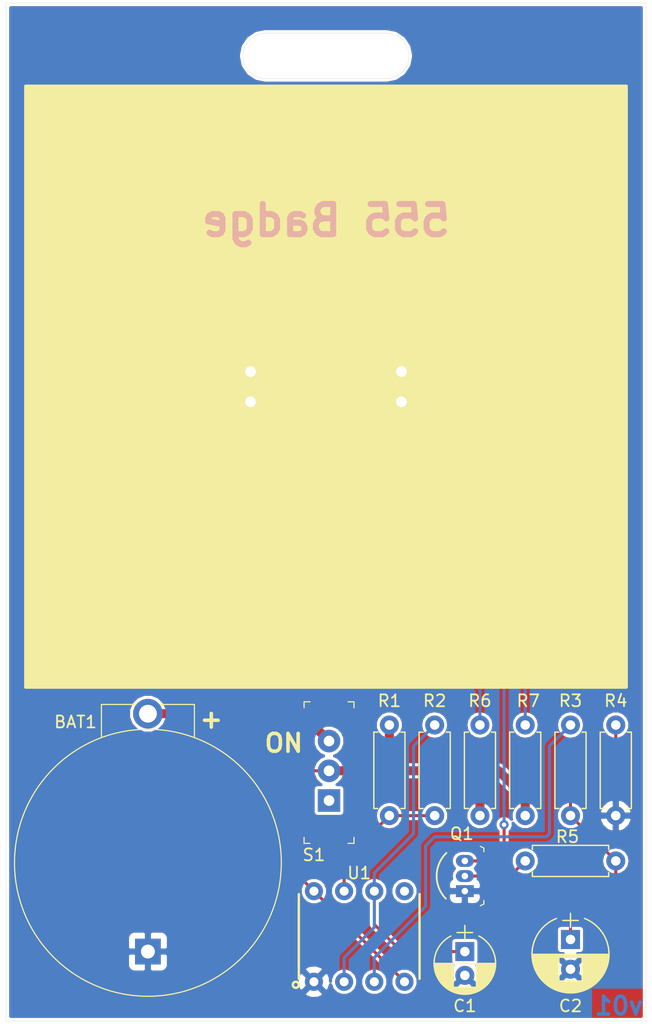
<source format=kicad_pcb>
(kicad_pcb (version 4) (host pcbnew 4.0.7)

  (general
    (links 25)
    (no_connects 0)
    (area 126.492 41.148 181.356001 127.254001)
    (thickness 1.6)
    (drawings 12)
    (tracks 62)
    (zones 0)
    (modules 15)
    (nets 14)
  )

  (page A4)
  (title_block
    (title "555 Badge")
    (rev v01)
    (company BA)
    (comment 2 creativecommons.org/licenses/by/4.0/)
    (comment 3 "License: CC BY 4.0")
    (comment 4 "Author: Omar Ahmed")
  )

  (layers
    (0 F.Cu signal)
    (31 B.Cu signal)
    (32 B.Adhes user)
    (33 F.Adhes user)
    (34 B.Paste user)
    (35 F.Paste user)
    (36 B.SilkS user)
    (37 F.SilkS user)
    (38 B.Mask user)
    (39 F.Mask user)
    (40 Dwgs.User user)
    (41 Cmts.User user)
    (42 Eco1.User user)
    (43 Eco2.User user)
    (44 Edge.Cuts user)
    (45 Margin user)
    (46 B.CrtYd user)
    (47 F.CrtYd user)
    (48 B.Fab user)
    (49 F.Fab user)
  )

  (setup
    (last_trace_width 0.254)
    (user_trace_width 0.762)
    (trace_clearance 0.254)
    (zone_clearance 0.254)
    (zone_45_only no)
    (trace_min 0.1524)
    (segment_width 0.2)
    (edge_width 0.15)
    (via_size 0.762)
    (via_drill 0.381)
    (via_min_size 0.6858)
    (via_min_drill 0.3302)
    (uvia_size 0.762)
    (uvia_drill 0.381)
    (uvias_allowed no)
    (uvia_min_size 0.6858)
    (uvia_min_drill 0.3302)
    (pcb_text_width 0.3)
    (pcb_text_size 1.5 1.5)
    (mod_edge_width 0.15)
    (mod_text_size 1 1)
    (mod_text_width 0.15)
    (pad_size 1.524 1.524)
    (pad_drill 0.762)
    (pad_to_mask_clearance 0.0508)
    (aux_axis_origin 0 0)
    (visible_elements 7FFFFFFF)
    (pcbplotparams
      (layerselection 0x010f0_80000001)
      (usegerberextensions true)
      (excludeedgelayer true)
      (linewidth 0.100000)
      (plotframeref false)
      (viasonmask false)
      (mode 1)
      (useauxorigin false)
      (hpglpennumber 1)
      (hpglpenspeed 20)
      (hpglpendiameter 15)
      (hpglpenoverlay 2)
      (psnegative false)
      (psa4output false)
      (plotreference true)
      (plotvalue false)
      (plotinvisibletext false)
      (padsonsilk false)
      (subtractmaskfromsilk false)
      (outputformat 1)
      (mirror false)
      (drillshape 0)
      (scaleselection 1)
      (outputdirectory gerbers/))
  )

  (net 0 "")
  (net 1 GND)
  (net 2 "Net-(BAT1-PadPos)")
  (net 3 "Net-(C1-Pad1)")
  (net 4 "Net-(C2-Pad1)")
  (net 5 "Net-(D1-Pad1)")
  (net 6 "Net-(D1-Pad2)")
  (net 7 "Net-(D2-Pad2)")
  (net 8 "Net-(Q1-Pad2)")
  (net 9 VCC)
  (net 10 "Net-(R1-Pad2)")
  (net 11 "Net-(R3-Pad2)")
  (net 12 "Net-(U1-Pad5)")
  (net 13 "Net-(S1-Pad1)")

  (net_class Default "This is the default net class."
    (clearance 0.254)
    (trace_width 0.254)
    (via_dia 0.762)
    (via_drill 0.381)
    (uvia_dia 0.762)
    (uvia_drill 0.381)
    (add_net GND)
    (add_net "Net-(BAT1-PadPos)")
    (add_net "Net-(C1-Pad1)")
    (add_net "Net-(C2-Pad1)")
    (add_net "Net-(D1-Pad1)")
    (add_net "Net-(D1-Pad2)")
    (add_net "Net-(D2-Pad2)")
    (add_net "Net-(Q1-Pad2)")
    (add_net "Net-(R1-Pad2)")
    (add_net "Net-(R3-Pad2)")
    (add_net "Net-(S1-Pad1)")
    (add_net "Net-(U1-Pad5)")
    (add_net VCC)
  )

  (module Test:Battery_Holder_Coin_2032_BS-7 (layer F.Cu) (tedit 64A364EF) (tstamp 64A34CF6)
    (at 138.938 121.158 90)
    (descr http://www.memoryprotectiondevices.com/datasheets/BS-7-datasheet.pdf)
    (path /64A33E7A)
    (fp_text reference BAT1 (at 19.304 -6.096 180) (layer F.SilkS)
      (effects (font (size 1 1) (thickness 0.15)))
    )
    (fp_text value BS-7 (at 7.62 1.524 90) (layer F.Fab)
      (effects (font (size 1 1) (thickness 0.15)))
    )
    (fp_line (start -3.9624 11.43) (end 21.5138 11.43) (layer F.CrtYd) (width 0.05))
    (fp_line (start -3.9624 -11.43) (end 21.5138 -11.43) (layer F.CrtYd) (width 0.05))
    (fp_line (start 21.5138 -11.43) (end 21.5138 11.43) (layer F.CrtYd) (width 0.05))
    (fp_line (start -3.9624 -11.43) (end -3.9624 11.43) (layer F.CrtYd) (width 0.05))
    (fp_line (start 20.7772 3.9116) (end 20.7772 1.0668) (layer F.SilkS) (width 0.1))
    (fp_line (start 20.7772 -3.9116) (end 20.7772 -1.0668) (layer F.SilkS) (width 0.1))
    (fp_line (start 18.034 3.9116) (end 20.7772 3.9116) (layer F.SilkS) (width 0.1))
    (fp_line (start 18.034 -3.9116) (end 20.7772 -3.9116) (layer F.SilkS) (width 0.1))
    (fp_line (start 20.6756 -3.81) (end 20.6756 3.81) (layer F.Fab) (width 0.1))
    (fp_line (start 17.9832 3.81) (end 20.6756 3.81) (layer F.Fab) (width 0.1))
    (fp_line (start 17.9832 -3.81) (end 20.6756 -3.81) (layer F.Fab) (width 0.1))
    (fp_text user %R (at 7.4676 0 90) (layer F.Fab)
      (effects (font (size 1 1) (thickness 0.15)))
    )
    (fp_circle (center 7.4676 0) (end -3.7592 0) (layer F.SilkS) (width 0.1))
    (fp_circle (center 7.4676 0) (end -3.7084 0) (layer F.Fab) (width 0.1))
    (pad Neg thru_hole rect (at 0 0 90) (size 2.17 2.17) (drill 1.17) (layers *.Cu *.Mask)
      (net 1 GND))
    (pad Pos thru_hole circle (at 20 0 90) (size 2.5 2.5) (drill 1.5) (layers *.Cu *.Mask)
      (net 2 "Net-(BAT1-PadPos)"))
  )

  (module Capacitors_THT:CP_Radial_D5.0mm_P2.00mm (layer F.Cu) (tedit 64A36571) (tstamp 64A34CFC)
    (at 165.608 121.158 270)
    (descr "CP, Radial series, Radial, pin pitch=2.00mm, , diameter=5mm, Electrolytic Capacitor")
    (tags "CP Radial series Radial pin pitch 2.00mm  diameter 5mm Electrolytic Capacitor")
    (path /64A33AE8)
    (fp_text reference C1 (at 4.572 0 360) (layer F.SilkS)
      (effects (font (size 1 1) (thickness 0.15)))
    )
    (fp_text value 10uF (at 0 -3.556 270) (layer F.Fab)
      (effects (font (size 1 1) (thickness 0.15)))
    )
    (fp_arc (start 1 0) (end -1.30558 -1.18) (angle 125.8) (layer F.SilkS) (width 0.12))
    (fp_arc (start 1 0) (end -1.30558 1.18) (angle -125.8) (layer F.SilkS) (width 0.12))
    (fp_arc (start 1 0) (end 3.30558 -1.18) (angle 54.2) (layer F.SilkS) (width 0.12))
    (fp_circle (center 1 0) (end 3.5 0) (layer F.Fab) (width 0.1))
    (fp_line (start -2.2 0) (end -1 0) (layer F.Fab) (width 0.1))
    (fp_line (start -1.6 -0.65) (end -1.6 0.65) (layer F.Fab) (width 0.1))
    (fp_line (start 1 -2.55) (end 1 2.55) (layer F.SilkS) (width 0.12))
    (fp_line (start 1.04 -2.55) (end 1.04 -0.98) (layer F.SilkS) (width 0.12))
    (fp_line (start 1.04 0.98) (end 1.04 2.55) (layer F.SilkS) (width 0.12))
    (fp_line (start 1.08 -2.549) (end 1.08 -0.98) (layer F.SilkS) (width 0.12))
    (fp_line (start 1.08 0.98) (end 1.08 2.549) (layer F.SilkS) (width 0.12))
    (fp_line (start 1.12 -2.548) (end 1.12 -0.98) (layer F.SilkS) (width 0.12))
    (fp_line (start 1.12 0.98) (end 1.12 2.548) (layer F.SilkS) (width 0.12))
    (fp_line (start 1.16 -2.546) (end 1.16 -0.98) (layer F.SilkS) (width 0.12))
    (fp_line (start 1.16 0.98) (end 1.16 2.546) (layer F.SilkS) (width 0.12))
    (fp_line (start 1.2 -2.543) (end 1.2 -0.98) (layer F.SilkS) (width 0.12))
    (fp_line (start 1.2 0.98) (end 1.2 2.543) (layer F.SilkS) (width 0.12))
    (fp_line (start 1.24 -2.539) (end 1.24 -0.98) (layer F.SilkS) (width 0.12))
    (fp_line (start 1.24 0.98) (end 1.24 2.539) (layer F.SilkS) (width 0.12))
    (fp_line (start 1.28 -2.535) (end 1.28 -0.98) (layer F.SilkS) (width 0.12))
    (fp_line (start 1.28 0.98) (end 1.28 2.535) (layer F.SilkS) (width 0.12))
    (fp_line (start 1.32 -2.531) (end 1.32 -0.98) (layer F.SilkS) (width 0.12))
    (fp_line (start 1.32 0.98) (end 1.32 2.531) (layer F.SilkS) (width 0.12))
    (fp_line (start 1.36 -2.525) (end 1.36 -0.98) (layer F.SilkS) (width 0.12))
    (fp_line (start 1.36 0.98) (end 1.36 2.525) (layer F.SilkS) (width 0.12))
    (fp_line (start 1.4 -2.519) (end 1.4 -0.98) (layer F.SilkS) (width 0.12))
    (fp_line (start 1.4 0.98) (end 1.4 2.519) (layer F.SilkS) (width 0.12))
    (fp_line (start 1.44 -2.513) (end 1.44 -0.98) (layer F.SilkS) (width 0.12))
    (fp_line (start 1.44 0.98) (end 1.44 2.513) (layer F.SilkS) (width 0.12))
    (fp_line (start 1.48 -2.506) (end 1.48 -0.98) (layer F.SilkS) (width 0.12))
    (fp_line (start 1.48 0.98) (end 1.48 2.506) (layer F.SilkS) (width 0.12))
    (fp_line (start 1.52 -2.498) (end 1.52 -0.98) (layer F.SilkS) (width 0.12))
    (fp_line (start 1.52 0.98) (end 1.52 2.498) (layer F.SilkS) (width 0.12))
    (fp_line (start 1.56 -2.489) (end 1.56 -0.98) (layer F.SilkS) (width 0.12))
    (fp_line (start 1.56 0.98) (end 1.56 2.489) (layer F.SilkS) (width 0.12))
    (fp_line (start 1.6 -2.48) (end 1.6 -0.98) (layer F.SilkS) (width 0.12))
    (fp_line (start 1.6 0.98) (end 1.6 2.48) (layer F.SilkS) (width 0.12))
    (fp_line (start 1.64 -2.47) (end 1.64 -0.98) (layer F.SilkS) (width 0.12))
    (fp_line (start 1.64 0.98) (end 1.64 2.47) (layer F.SilkS) (width 0.12))
    (fp_line (start 1.68 -2.46) (end 1.68 -0.98) (layer F.SilkS) (width 0.12))
    (fp_line (start 1.68 0.98) (end 1.68 2.46) (layer F.SilkS) (width 0.12))
    (fp_line (start 1.721 -2.448) (end 1.721 -0.98) (layer F.SilkS) (width 0.12))
    (fp_line (start 1.721 0.98) (end 1.721 2.448) (layer F.SilkS) (width 0.12))
    (fp_line (start 1.761 -2.436) (end 1.761 -0.98) (layer F.SilkS) (width 0.12))
    (fp_line (start 1.761 0.98) (end 1.761 2.436) (layer F.SilkS) (width 0.12))
    (fp_line (start 1.801 -2.424) (end 1.801 -0.98) (layer F.SilkS) (width 0.12))
    (fp_line (start 1.801 0.98) (end 1.801 2.424) (layer F.SilkS) (width 0.12))
    (fp_line (start 1.841 -2.41) (end 1.841 -0.98) (layer F.SilkS) (width 0.12))
    (fp_line (start 1.841 0.98) (end 1.841 2.41) (layer F.SilkS) (width 0.12))
    (fp_line (start 1.881 -2.396) (end 1.881 -0.98) (layer F.SilkS) (width 0.12))
    (fp_line (start 1.881 0.98) (end 1.881 2.396) (layer F.SilkS) (width 0.12))
    (fp_line (start 1.921 -2.382) (end 1.921 -0.98) (layer F.SilkS) (width 0.12))
    (fp_line (start 1.921 0.98) (end 1.921 2.382) (layer F.SilkS) (width 0.12))
    (fp_line (start 1.961 -2.366) (end 1.961 -0.98) (layer F.SilkS) (width 0.12))
    (fp_line (start 1.961 0.98) (end 1.961 2.366) (layer F.SilkS) (width 0.12))
    (fp_line (start 2.001 -2.35) (end 2.001 -0.98) (layer F.SilkS) (width 0.12))
    (fp_line (start 2.001 0.98) (end 2.001 2.35) (layer F.SilkS) (width 0.12))
    (fp_line (start 2.041 -2.333) (end 2.041 -0.98) (layer F.SilkS) (width 0.12))
    (fp_line (start 2.041 0.98) (end 2.041 2.333) (layer F.SilkS) (width 0.12))
    (fp_line (start 2.081 -2.315) (end 2.081 -0.98) (layer F.SilkS) (width 0.12))
    (fp_line (start 2.081 0.98) (end 2.081 2.315) (layer F.SilkS) (width 0.12))
    (fp_line (start 2.121 -2.296) (end 2.121 -0.98) (layer F.SilkS) (width 0.12))
    (fp_line (start 2.121 0.98) (end 2.121 2.296) (layer F.SilkS) (width 0.12))
    (fp_line (start 2.161 -2.276) (end 2.161 -0.98) (layer F.SilkS) (width 0.12))
    (fp_line (start 2.161 0.98) (end 2.161 2.276) (layer F.SilkS) (width 0.12))
    (fp_line (start 2.201 -2.256) (end 2.201 -0.98) (layer F.SilkS) (width 0.12))
    (fp_line (start 2.201 0.98) (end 2.201 2.256) (layer F.SilkS) (width 0.12))
    (fp_line (start 2.241 -2.234) (end 2.241 -0.98) (layer F.SilkS) (width 0.12))
    (fp_line (start 2.241 0.98) (end 2.241 2.234) (layer F.SilkS) (width 0.12))
    (fp_line (start 2.281 -2.212) (end 2.281 -0.98) (layer F.SilkS) (width 0.12))
    (fp_line (start 2.281 0.98) (end 2.281 2.212) (layer F.SilkS) (width 0.12))
    (fp_line (start 2.321 -2.189) (end 2.321 -0.98) (layer F.SilkS) (width 0.12))
    (fp_line (start 2.321 0.98) (end 2.321 2.189) (layer F.SilkS) (width 0.12))
    (fp_line (start 2.361 -2.165) (end 2.361 -0.98) (layer F.SilkS) (width 0.12))
    (fp_line (start 2.361 0.98) (end 2.361 2.165) (layer F.SilkS) (width 0.12))
    (fp_line (start 2.401 -2.14) (end 2.401 -0.98) (layer F.SilkS) (width 0.12))
    (fp_line (start 2.401 0.98) (end 2.401 2.14) (layer F.SilkS) (width 0.12))
    (fp_line (start 2.441 -2.113) (end 2.441 -0.98) (layer F.SilkS) (width 0.12))
    (fp_line (start 2.441 0.98) (end 2.441 2.113) (layer F.SilkS) (width 0.12))
    (fp_line (start 2.481 -2.086) (end 2.481 -0.98) (layer F.SilkS) (width 0.12))
    (fp_line (start 2.481 0.98) (end 2.481 2.086) (layer F.SilkS) (width 0.12))
    (fp_line (start 2.521 -2.058) (end 2.521 -0.98) (layer F.SilkS) (width 0.12))
    (fp_line (start 2.521 0.98) (end 2.521 2.058) (layer F.SilkS) (width 0.12))
    (fp_line (start 2.561 -2.028) (end 2.561 -0.98) (layer F.SilkS) (width 0.12))
    (fp_line (start 2.561 0.98) (end 2.561 2.028) (layer F.SilkS) (width 0.12))
    (fp_line (start 2.601 -1.997) (end 2.601 -0.98) (layer F.SilkS) (width 0.12))
    (fp_line (start 2.601 0.98) (end 2.601 1.997) (layer F.SilkS) (width 0.12))
    (fp_line (start 2.641 -1.965) (end 2.641 -0.98) (layer F.SilkS) (width 0.12))
    (fp_line (start 2.641 0.98) (end 2.641 1.965) (layer F.SilkS) (width 0.12))
    (fp_line (start 2.681 -1.932) (end 2.681 -0.98) (layer F.SilkS) (width 0.12))
    (fp_line (start 2.681 0.98) (end 2.681 1.932) (layer F.SilkS) (width 0.12))
    (fp_line (start 2.721 -1.897) (end 2.721 -0.98) (layer F.SilkS) (width 0.12))
    (fp_line (start 2.721 0.98) (end 2.721 1.897) (layer F.SilkS) (width 0.12))
    (fp_line (start 2.761 -1.861) (end 2.761 -0.98) (layer F.SilkS) (width 0.12))
    (fp_line (start 2.761 0.98) (end 2.761 1.861) (layer F.SilkS) (width 0.12))
    (fp_line (start 2.801 -1.823) (end 2.801 -0.98) (layer F.SilkS) (width 0.12))
    (fp_line (start 2.801 0.98) (end 2.801 1.823) (layer F.SilkS) (width 0.12))
    (fp_line (start 2.841 -1.783) (end 2.841 -0.98) (layer F.SilkS) (width 0.12))
    (fp_line (start 2.841 0.98) (end 2.841 1.783) (layer F.SilkS) (width 0.12))
    (fp_line (start 2.881 -1.742) (end 2.881 -0.98) (layer F.SilkS) (width 0.12))
    (fp_line (start 2.881 0.98) (end 2.881 1.742) (layer F.SilkS) (width 0.12))
    (fp_line (start 2.921 -1.699) (end 2.921 -0.98) (layer F.SilkS) (width 0.12))
    (fp_line (start 2.921 0.98) (end 2.921 1.699) (layer F.SilkS) (width 0.12))
    (fp_line (start 2.961 -1.654) (end 2.961 -0.98) (layer F.SilkS) (width 0.12))
    (fp_line (start 2.961 0.98) (end 2.961 1.654) (layer F.SilkS) (width 0.12))
    (fp_line (start 3.001 -1.606) (end 3.001 1.606) (layer F.SilkS) (width 0.12))
    (fp_line (start 3.041 -1.556) (end 3.041 1.556) (layer F.SilkS) (width 0.12))
    (fp_line (start 3.081 -1.504) (end 3.081 1.504) (layer F.SilkS) (width 0.12))
    (fp_line (start 3.121 -1.448) (end 3.121 1.448) (layer F.SilkS) (width 0.12))
    (fp_line (start 3.161 -1.39) (end 3.161 1.39) (layer F.SilkS) (width 0.12))
    (fp_line (start 3.201 -1.327) (end 3.201 1.327) (layer F.SilkS) (width 0.12))
    (fp_line (start 3.241 -1.261) (end 3.241 1.261) (layer F.SilkS) (width 0.12))
    (fp_line (start 3.281 -1.189) (end 3.281 1.189) (layer F.SilkS) (width 0.12))
    (fp_line (start 3.321 -1.112) (end 3.321 1.112) (layer F.SilkS) (width 0.12))
    (fp_line (start 3.361 -1.028) (end 3.361 1.028) (layer F.SilkS) (width 0.12))
    (fp_line (start 3.401 -0.934) (end 3.401 0.934) (layer F.SilkS) (width 0.12))
    (fp_line (start 3.441 -0.829) (end 3.441 0.829) (layer F.SilkS) (width 0.12))
    (fp_line (start 3.481 -0.707) (end 3.481 0.707) (layer F.SilkS) (width 0.12))
    (fp_line (start 3.521 -0.559) (end 3.521 0.559) (layer F.SilkS) (width 0.12))
    (fp_line (start 3.561 -0.354) (end 3.561 0.354) (layer F.SilkS) (width 0.12))
    (fp_line (start -2.2 0) (end -1 0) (layer F.SilkS) (width 0.12))
    (fp_line (start -1.6 -0.65) (end -1.6 0.65) (layer F.SilkS) (width 0.12))
    (fp_line (start -1.85 -2.85) (end -1.85 2.85) (layer F.CrtYd) (width 0.05))
    (fp_line (start -1.85 2.85) (end 3.85 2.85) (layer F.CrtYd) (width 0.05))
    (fp_line (start 3.85 2.85) (end 3.85 -2.85) (layer F.CrtYd) (width 0.05))
    (fp_line (start 3.85 -2.85) (end -1.85 -2.85) (layer F.CrtYd) (width 0.05))
    (fp_text user %R (at 1 0 270) (layer F.Fab)
      (effects (font (size 1 1) (thickness 0.15)))
    )
    (pad 1 thru_hole rect (at 0 0 270) (size 1.6 1.6) (drill 0.8) (layers *.Cu *.Mask)
      (net 3 "Net-(C1-Pad1)"))
    (pad 2 thru_hole circle (at 2 0 270) (size 1.6 1.6) (drill 0.8) (layers *.Cu *.Mask)
      (net 1 GND))
    (model ${KISYS3DMOD}/Capacitors_THT.3dshapes/CP_Radial_D5.0mm_P2.00mm.wrl
      (at (xyz 0 0 0))
      (scale (xyz 1 1 1))
      (rotate (xyz 0 0 0))
    )
  )

  (module Capacitors_THT:CP_Radial_D6.3mm_P2.50mm (layer F.Cu) (tedit 64A36810) (tstamp 64A34D02)
    (at 174.498 120.142 270)
    (descr "CP, Radial series, Radial, pin pitch=2.50mm, , diameter=6.3mm, Electrolytic Capacitor")
    (tags "CP Radial series Radial pin pitch 2.50mm  diameter 6.3mm Electrolytic Capacitor")
    (path /64A33B4B)
    (fp_text reference C2 (at 5.588 0 360) (layer F.SilkS)
      (effects (font (size 1 1) (thickness 0.15)))
    )
    (fp_text value 100uF (at 1.016 4.318 270) (layer F.Fab)
      (effects (font (size 1 1) (thickness 0.15)))
    )
    (fp_arc (start 1.25 0) (end -1.767482 -1.18) (angle 137.3) (layer F.SilkS) (width 0.12))
    (fp_arc (start 1.25 0) (end -1.767482 1.18) (angle -137.3) (layer F.SilkS) (width 0.12))
    (fp_arc (start 1.25 0) (end 4.267482 -1.18) (angle 42.7) (layer F.SilkS) (width 0.12))
    (fp_circle (center 1.25 0) (end 4.4 0) (layer F.Fab) (width 0.1))
    (fp_line (start -2.2 0) (end -1 0) (layer F.Fab) (width 0.1))
    (fp_line (start -1.6 -0.65) (end -1.6 0.65) (layer F.Fab) (width 0.1))
    (fp_line (start 1.25 -3.2) (end 1.25 3.2) (layer F.SilkS) (width 0.12))
    (fp_line (start 1.29 -3.2) (end 1.29 3.2) (layer F.SilkS) (width 0.12))
    (fp_line (start 1.33 -3.2) (end 1.33 3.2) (layer F.SilkS) (width 0.12))
    (fp_line (start 1.37 -3.198) (end 1.37 3.198) (layer F.SilkS) (width 0.12))
    (fp_line (start 1.41 -3.197) (end 1.41 3.197) (layer F.SilkS) (width 0.12))
    (fp_line (start 1.45 -3.194) (end 1.45 3.194) (layer F.SilkS) (width 0.12))
    (fp_line (start 1.49 -3.192) (end 1.49 3.192) (layer F.SilkS) (width 0.12))
    (fp_line (start 1.53 -3.188) (end 1.53 -0.98) (layer F.SilkS) (width 0.12))
    (fp_line (start 1.53 0.98) (end 1.53 3.188) (layer F.SilkS) (width 0.12))
    (fp_line (start 1.57 -3.185) (end 1.57 -0.98) (layer F.SilkS) (width 0.12))
    (fp_line (start 1.57 0.98) (end 1.57 3.185) (layer F.SilkS) (width 0.12))
    (fp_line (start 1.61 -3.18) (end 1.61 -0.98) (layer F.SilkS) (width 0.12))
    (fp_line (start 1.61 0.98) (end 1.61 3.18) (layer F.SilkS) (width 0.12))
    (fp_line (start 1.65 -3.176) (end 1.65 -0.98) (layer F.SilkS) (width 0.12))
    (fp_line (start 1.65 0.98) (end 1.65 3.176) (layer F.SilkS) (width 0.12))
    (fp_line (start 1.69 -3.17) (end 1.69 -0.98) (layer F.SilkS) (width 0.12))
    (fp_line (start 1.69 0.98) (end 1.69 3.17) (layer F.SilkS) (width 0.12))
    (fp_line (start 1.73 -3.165) (end 1.73 -0.98) (layer F.SilkS) (width 0.12))
    (fp_line (start 1.73 0.98) (end 1.73 3.165) (layer F.SilkS) (width 0.12))
    (fp_line (start 1.77 -3.158) (end 1.77 -0.98) (layer F.SilkS) (width 0.12))
    (fp_line (start 1.77 0.98) (end 1.77 3.158) (layer F.SilkS) (width 0.12))
    (fp_line (start 1.81 -3.152) (end 1.81 -0.98) (layer F.SilkS) (width 0.12))
    (fp_line (start 1.81 0.98) (end 1.81 3.152) (layer F.SilkS) (width 0.12))
    (fp_line (start 1.85 -3.144) (end 1.85 -0.98) (layer F.SilkS) (width 0.12))
    (fp_line (start 1.85 0.98) (end 1.85 3.144) (layer F.SilkS) (width 0.12))
    (fp_line (start 1.89 -3.137) (end 1.89 -0.98) (layer F.SilkS) (width 0.12))
    (fp_line (start 1.89 0.98) (end 1.89 3.137) (layer F.SilkS) (width 0.12))
    (fp_line (start 1.93 -3.128) (end 1.93 -0.98) (layer F.SilkS) (width 0.12))
    (fp_line (start 1.93 0.98) (end 1.93 3.128) (layer F.SilkS) (width 0.12))
    (fp_line (start 1.971 -3.119) (end 1.971 -0.98) (layer F.SilkS) (width 0.12))
    (fp_line (start 1.971 0.98) (end 1.971 3.119) (layer F.SilkS) (width 0.12))
    (fp_line (start 2.011 -3.11) (end 2.011 -0.98) (layer F.SilkS) (width 0.12))
    (fp_line (start 2.011 0.98) (end 2.011 3.11) (layer F.SilkS) (width 0.12))
    (fp_line (start 2.051 -3.1) (end 2.051 -0.98) (layer F.SilkS) (width 0.12))
    (fp_line (start 2.051 0.98) (end 2.051 3.1) (layer F.SilkS) (width 0.12))
    (fp_line (start 2.091 -3.09) (end 2.091 -0.98) (layer F.SilkS) (width 0.12))
    (fp_line (start 2.091 0.98) (end 2.091 3.09) (layer F.SilkS) (width 0.12))
    (fp_line (start 2.131 -3.079) (end 2.131 -0.98) (layer F.SilkS) (width 0.12))
    (fp_line (start 2.131 0.98) (end 2.131 3.079) (layer F.SilkS) (width 0.12))
    (fp_line (start 2.171 -3.067) (end 2.171 -0.98) (layer F.SilkS) (width 0.12))
    (fp_line (start 2.171 0.98) (end 2.171 3.067) (layer F.SilkS) (width 0.12))
    (fp_line (start 2.211 -3.055) (end 2.211 -0.98) (layer F.SilkS) (width 0.12))
    (fp_line (start 2.211 0.98) (end 2.211 3.055) (layer F.SilkS) (width 0.12))
    (fp_line (start 2.251 -3.042) (end 2.251 -0.98) (layer F.SilkS) (width 0.12))
    (fp_line (start 2.251 0.98) (end 2.251 3.042) (layer F.SilkS) (width 0.12))
    (fp_line (start 2.291 -3.029) (end 2.291 -0.98) (layer F.SilkS) (width 0.12))
    (fp_line (start 2.291 0.98) (end 2.291 3.029) (layer F.SilkS) (width 0.12))
    (fp_line (start 2.331 -3.015) (end 2.331 -0.98) (layer F.SilkS) (width 0.12))
    (fp_line (start 2.331 0.98) (end 2.331 3.015) (layer F.SilkS) (width 0.12))
    (fp_line (start 2.371 -3.001) (end 2.371 -0.98) (layer F.SilkS) (width 0.12))
    (fp_line (start 2.371 0.98) (end 2.371 3.001) (layer F.SilkS) (width 0.12))
    (fp_line (start 2.411 -2.986) (end 2.411 -0.98) (layer F.SilkS) (width 0.12))
    (fp_line (start 2.411 0.98) (end 2.411 2.986) (layer F.SilkS) (width 0.12))
    (fp_line (start 2.451 -2.97) (end 2.451 -0.98) (layer F.SilkS) (width 0.12))
    (fp_line (start 2.451 0.98) (end 2.451 2.97) (layer F.SilkS) (width 0.12))
    (fp_line (start 2.491 -2.954) (end 2.491 -0.98) (layer F.SilkS) (width 0.12))
    (fp_line (start 2.491 0.98) (end 2.491 2.954) (layer F.SilkS) (width 0.12))
    (fp_line (start 2.531 -2.937) (end 2.531 -0.98) (layer F.SilkS) (width 0.12))
    (fp_line (start 2.531 0.98) (end 2.531 2.937) (layer F.SilkS) (width 0.12))
    (fp_line (start 2.571 -2.919) (end 2.571 -0.98) (layer F.SilkS) (width 0.12))
    (fp_line (start 2.571 0.98) (end 2.571 2.919) (layer F.SilkS) (width 0.12))
    (fp_line (start 2.611 -2.901) (end 2.611 -0.98) (layer F.SilkS) (width 0.12))
    (fp_line (start 2.611 0.98) (end 2.611 2.901) (layer F.SilkS) (width 0.12))
    (fp_line (start 2.651 -2.882) (end 2.651 -0.98) (layer F.SilkS) (width 0.12))
    (fp_line (start 2.651 0.98) (end 2.651 2.882) (layer F.SilkS) (width 0.12))
    (fp_line (start 2.691 -2.863) (end 2.691 -0.98) (layer F.SilkS) (width 0.12))
    (fp_line (start 2.691 0.98) (end 2.691 2.863) (layer F.SilkS) (width 0.12))
    (fp_line (start 2.731 -2.843) (end 2.731 -0.98) (layer F.SilkS) (width 0.12))
    (fp_line (start 2.731 0.98) (end 2.731 2.843) (layer F.SilkS) (width 0.12))
    (fp_line (start 2.771 -2.822) (end 2.771 -0.98) (layer F.SilkS) (width 0.12))
    (fp_line (start 2.771 0.98) (end 2.771 2.822) (layer F.SilkS) (width 0.12))
    (fp_line (start 2.811 -2.8) (end 2.811 -0.98) (layer F.SilkS) (width 0.12))
    (fp_line (start 2.811 0.98) (end 2.811 2.8) (layer F.SilkS) (width 0.12))
    (fp_line (start 2.851 -2.778) (end 2.851 -0.98) (layer F.SilkS) (width 0.12))
    (fp_line (start 2.851 0.98) (end 2.851 2.778) (layer F.SilkS) (width 0.12))
    (fp_line (start 2.891 -2.755) (end 2.891 -0.98) (layer F.SilkS) (width 0.12))
    (fp_line (start 2.891 0.98) (end 2.891 2.755) (layer F.SilkS) (width 0.12))
    (fp_line (start 2.931 -2.731) (end 2.931 -0.98) (layer F.SilkS) (width 0.12))
    (fp_line (start 2.931 0.98) (end 2.931 2.731) (layer F.SilkS) (width 0.12))
    (fp_line (start 2.971 -2.706) (end 2.971 -0.98) (layer F.SilkS) (width 0.12))
    (fp_line (start 2.971 0.98) (end 2.971 2.706) (layer F.SilkS) (width 0.12))
    (fp_line (start 3.011 -2.681) (end 3.011 -0.98) (layer F.SilkS) (width 0.12))
    (fp_line (start 3.011 0.98) (end 3.011 2.681) (layer F.SilkS) (width 0.12))
    (fp_line (start 3.051 -2.654) (end 3.051 -0.98) (layer F.SilkS) (width 0.12))
    (fp_line (start 3.051 0.98) (end 3.051 2.654) (layer F.SilkS) (width 0.12))
    (fp_line (start 3.091 -2.627) (end 3.091 -0.98) (layer F.SilkS) (width 0.12))
    (fp_line (start 3.091 0.98) (end 3.091 2.627) (layer F.SilkS) (width 0.12))
    (fp_line (start 3.131 -2.599) (end 3.131 -0.98) (layer F.SilkS) (width 0.12))
    (fp_line (start 3.131 0.98) (end 3.131 2.599) (layer F.SilkS) (width 0.12))
    (fp_line (start 3.171 -2.57) (end 3.171 -0.98) (layer F.SilkS) (width 0.12))
    (fp_line (start 3.171 0.98) (end 3.171 2.57) (layer F.SilkS) (width 0.12))
    (fp_line (start 3.211 -2.54) (end 3.211 -0.98) (layer F.SilkS) (width 0.12))
    (fp_line (start 3.211 0.98) (end 3.211 2.54) (layer F.SilkS) (width 0.12))
    (fp_line (start 3.251 -2.51) (end 3.251 -0.98) (layer F.SilkS) (width 0.12))
    (fp_line (start 3.251 0.98) (end 3.251 2.51) (layer F.SilkS) (width 0.12))
    (fp_line (start 3.291 -2.478) (end 3.291 -0.98) (layer F.SilkS) (width 0.12))
    (fp_line (start 3.291 0.98) (end 3.291 2.478) (layer F.SilkS) (width 0.12))
    (fp_line (start 3.331 -2.445) (end 3.331 -0.98) (layer F.SilkS) (width 0.12))
    (fp_line (start 3.331 0.98) (end 3.331 2.445) (layer F.SilkS) (width 0.12))
    (fp_line (start 3.371 -2.411) (end 3.371 -0.98) (layer F.SilkS) (width 0.12))
    (fp_line (start 3.371 0.98) (end 3.371 2.411) (layer F.SilkS) (width 0.12))
    (fp_line (start 3.411 -2.375) (end 3.411 -0.98) (layer F.SilkS) (width 0.12))
    (fp_line (start 3.411 0.98) (end 3.411 2.375) (layer F.SilkS) (width 0.12))
    (fp_line (start 3.451 -2.339) (end 3.451 -0.98) (layer F.SilkS) (width 0.12))
    (fp_line (start 3.451 0.98) (end 3.451 2.339) (layer F.SilkS) (width 0.12))
    (fp_line (start 3.491 -2.301) (end 3.491 2.301) (layer F.SilkS) (width 0.12))
    (fp_line (start 3.531 -2.262) (end 3.531 2.262) (layer F.SilkS) (width 0.12))
    (fp_line (start 3.571 -2.222) (end 3.571 2.222) (layer F.SilkS) (width 0.12))
    (fp_line (start 3.611 -2.18) (end 3.611 2.18) (layer F.SilkS) (width 0.12))
    (fp_line (start 3.651 -2.137) (end 3.651 2.137) (layer F.SilkS) (width 0.12))
    (fp_line (start 3.691 -2.092) (end 3.691 2.092) (layer F.SilkS) (width 0.12))
    (fp_line (start 3.731 -2.045) (end 3.731 2.045) (layer F.SilkS) (width 0.12))
    (fp_line (start 3.771 -1.997) (end 3.771 1.997) (layer F.SilkS) (width 0.12))
    (fp_line (start 3.811 -1.946) (end 3.811 1.946) (layer F.SilkS) (width 0.12))
    (fp_line (start 3.851 -1.894) (end 3.851 1.894) (layer F.SilkS) (width 0.12))
    (fp_line (start 3.891 -1.839) (end 3.891 1.839) (layer F.SilkS) (width 0.12))
    (fp_line (start 3.931 -1.781) (end 3.931 1.781) (layer F.SilkS) (width 0.12))
    (fp_line (start 3.971 -1.721) (end 3.971 1.721) (layer F.SilkS) (width 0.12))
    (fp_line (start 4.011 -1.658) (end 4.011 1.658) (layer F.SilkS) (width 0.12))
    (fp_line (start 4.051 -1.591) (end 4.051 1.591) (layer F.SilkS) (width 0.12))
    (fp_line (start 4.091 -1.52) (end 4.091 1.52) (layer F.SilkS) (width 0.12))
    (fp_line (start 4.131 -1.445) (end 4.131 1.445) (layer F.SilkS) (width 0.12))
    (fp_line (start 4.171 -1.364) (end 4.171 1.364) (layer F.SilkS) (width 0.12))
    (fp_line (start 4.211 -1.278) (end 4.211 1.278) (layer F.SilkS) (width 0.12))
    (fp_line (start 4.251 -1.184) (end 4.251 1.184) (layer F.SilkS) (width 0.12))
    (fp_line (start 4.291 -1.081) (end 4.291 1.081) (layer F.SilkS) (width 0.12))
    (fp_line (start 4.331 -0.966) (end 4.331 0.966) (layer F.SilkS) (width 0.12))
    (fp_line (start 4.371 -0.834) (end 4.371 0.834) (layer F.SilkS) (width 0.12))
    (fp_line (start 4.411 -0.676) (end 4.411 0.676) (layer F.SilkS) (width 0.12))
    (fp_line (start 4.451 -0.468) (end 4.451 0.468) (layer F.SilkS) (width 0.12))
    (fp_line (start -2.2 0) (end -1 0) (layer F.SilkS) (width 0.12))
    (fp_line (start -1.6 -0.65) (end -1.6 0.65) (layer F.SilkS) (width 0.12))
    (fp_line (start -2.25 -3.5) (end -2.25 3.5) (layer F.CrtYd) (width 0.05))
    (fp_line (start -2.25 3.5) (end 4.75 3.5) (layer F.CrtYd) (width 0.05))
    (fp_line (start 4.75 3.5) (end 4.75 -3.5) (layer F.CrtYd) (width 0.05))
    (fp_line (start 4.75 -3.5) (end -2.25 -3.5) (layer F.CrtYd) (width 0.05))
    (fp_text user %R (at 1.25 0 270) (layer F.Fab)
      (effects (font (size 1 1) (thickness 0.15)))
    )
    (pad 1 thru_hole rect (at 0 0 270) (size 1.6 1.6) (drill 0.8) (layers *.Cu *.Mask)
      (net 4 "Net-(C2-Pad1)"))
    (pad 2 thru_hole circle (at 2.5 0 270) (size 1.6 1.6) (drill 0.8) (layers *.Cu *.Mask)
      (net 1 GND))
    (model ${KISYS3DMOD}/Capacitors_THT.3dshapes/CP_Radial_D6.3mm_P2.50mm.wrl
      (at (xyz 0 0 0))
      (scale (xyz 1 1 1))
      (rotate (xyz 0 0 0))
    )
  )

  (module LEDs:LED_D3.0mm (layer F.Cu) (tedit 587A3A7B) (tstamp 64A34D08)
    (at 147.574 74.93 90)
    (descr "LED, diameter 3.0mm, 2 pins")
    (tags "LED diameter 3.0mm 2 pins")
    (path /64A33C0A)
    (fp_text reference D1 (at 1.27 -2.96 90) (layer F.SilkS)
      (effects (font (size 1 1) (thickness 0.15)))
    )
    (fp_text value RED (at 1.27 2.96 90) (layer F.Fab)
      (effects (font (size 1 1) (thickness 0.15)))
    )
    (fp_arc (start 1.27 0) (end -0.23 -1.16619) (angle 284.3) (layer F.Fab) (width 0.1))
    (fp_arc (start 1.27 0) (end -0.29 -1.235516) (angle 108.8) (layer F.SilkS) (width 0.12))
    (fp_arc (start 1.27 0) (end -0.29 1.235516) (angle -108.8) (layer F.SilkS) (width 0.12))
    (fp_arc (start 1.27 0) (end 0.229039 -1.08) (angle 87.9) (layer F.SilkS) (width 0.12))
    (fp_arc (start 1.27 0) (end 0.229039 1.08) (angle -87.9) (layer F.SilkS) (width 0.12))
    (fp_circle (center 1.27 0) (end 2.77 0) (layer F.Fab) (width 0.1))
    (fp_line (start -0.23 -1.16619) (end -0.23 1.16619) (layer F.Fab) (width 0.1))
    (fp_line (start -0.29 -1.236) (end -0.29 -1.08) (layer F.SilkS) (width 0.12))
    (fp_line (start -0.29 1.08) (end -0.29 1.236) (layer F.SilkS) (width 0.12))
    (fp_line (start -1.15 -2.25) (end -1.15 2.25) (layer F.CrtYd) (width 0.05))
    (fp_line (start -1.15 2.25) (end 3.7 2.25) (layer F.CrtYd) (width 0.05))
    (fp_line (start 3.7 2.25) (end 3.7 -2.25) (layer F.CrtYd) (width 0.05))
    (fp_line (start 3.7 -2.25) (end -1.15 -2.25) (layer F.CrtYd) (width 0.05))
    (pad 1 thru_hole rect (at 0 0 90) (size 1.8 1.8) (drill 0.9) (layers *.Cu *.Mask)
      (net 5 "Net-(D1-Pad1)"))
    (pad 2 thru_hole circle (at 2.54 0 90) (size 1.8 1.8) (drill 0.9) (layers *.Cu *.Mask)
      (net 6 "Net-(D1-Pad2)"))
    (model ${KISYS3DMOD}/LEDs.3dshapes/LED_D3.0mm.wrl
      (at (xyz 0 0 0))
      (scale (xyz 0.393701 0.393701 0.393701))
      (rotate (xyz 0 0 0))
    )
  )

  (module LEDs:LED_D3.0mm (layer F.Cu) (tedit 587A3A7B) (tstamp 64A34D0E)
    (at 160.274 74.93 90)
    (descr "LED, diameter 3.0mm, 2 pins")
    (tags "LED diameter 3.0mm 2 pins")
    (path /64A33CB7)
    (fp_text reference D2 (at 1.27 -2.96 90) (layer F.SilkS)
      (effects (font (size 1 1) (thickness 0.15)))
    )
    (fp_text value RED (at 1.27 2.96 90) (layer F.Fab)
      (effects (font (size 1 1) (thickness 0.15)))
    )
    (fp_arc (start 1.27 0) (end -0.23 -1.16619) (angle 284.3) (layer F.Fab) (width 0.1))
    (fp_arc (start 1.27 0) (end -0.29 -1.235516) (angle 108.8) (layer F.SilkS) (width 0.12))
    (fp_arc (start 1.27 0) (end -0.29 1.235516) (angle -108.8) (layer F.SilkS) (width 0.12))
    (fp_arc (start 1.27 0) (end 0.229039 -1.08) (angle 87.9) (layer F.SilkS) (width 0.12))
    (fp_arc (start 1.27 0) (end 0.229039 1.08) (angle -87.9) (layer F.SilkS) (width 0.12))
    (fp_circle (center 1.27 0) (end 2.77 0) (layer F.Fab) (width 0.1))
    (fp_line (start -0.23 -1.16619) (end -0.23 1.16619) (layer F.Fab) (width 0.1))
    (fp_line (start -0.29 -1.236) (end -0.29 -1.08) (layer F.SilkS) (width 0.12))
    (fp_line (start -0.29 1.08) (end -0.29 1.236) (layer F.SilkS) (width 0.12))
    (fp_line (start -1.15 -2.25) (end -1.15 2.25) (layer F.CrtYd) (width 0.05))
    (fp_line (start -1.15 2.25) (end 3.7 2.25) (layer F.CrtYd) (width 0.05))
    (fp_line (start 3.7 2.25) (end 3.7 -2.25) (layer F.CrtYd) (width 0.05))
    (fp_line (start 3.7 -2.25) (end -1.15 -2.25) (layer F.CrtYd) (width 0.05))
    (pad 1 thru_hole rect (at 0 0 90) (size 1.8 1.8) (drill 0.9) (layers *.Cu *.Mask)
      (net 5 "Net-(D1-Pad1)"))
    (pad 2 thru_hole circle (at 2.54 0 90) (size 1.8 1.8) (drill 0.9) (layers *.Cu *.Mask)
      (net 7 "Net-(D2-Pad2)"))
    (model ${KISYS3DMOD}/LEDs.3dshapes/LED_D3.0mm.wrl
      (at (xyz 0 0 0))
      (scale (xyz 0.393701 0.393701 0.393701))
      (rotate (xyz 0 0 0))
    )
  )

  (module Test:TO-92-3 (layer F.Cu) (tedit 64A36560) (tstamp 64A34D15)
    (at 165.608 116.078 90)
    (descr http://www.ti.com/lit/ds/symlink/tl431a.pdf)
    (path /64A33D34)
    (fp_text reference Q1 (at 4.826 -0.254 180) (layer F.SilkS)
      (effects (font (size 1 1) (thickness 0.15)))
    )
    (fp_text value 2N3904 (at 1.27 2.5 90) (layer F.Fab)
      (effects (font (size 1 1) (thickness 0.15)))
    )
    (fp_arc (start 1.27 0.35) (end -0.63 -1.6) (angle 90) (layer F.SilkS) (width 0.15))
    (fp_line (start 3.57 1.5) (end -1.03 1.5) (layer F.Fab) (width 0.15))
    (fp_arc (start 1.27 0.3) (end -1.03 1.5) (angle 235) (layer F.Fab) (width 0.15))
    (fp_arc (start 1.27 0.3) (end -1.33 0.3) (angle 90) (layer F.Fab) (width 0.15))
    (fp_line (start -1.63 -2.5) (end 4.17 -2.5) (layer F.CrtYd) (width 0.05))
    (fp_line (start -1.63 1.75) (end 4.17 1.75) (layer F.CrtYd) (width 0.05))
    (fp_line (start -1.63 1.75) (end -1.63 -2.5) (layer F.CrtYd) (width 0.05))
    (fp_line (start 4.17 1.75) (end 4.17 -2.5) (layer F.CrtYd) (width 0.05))
    (fp_line (start 3.62 1.6) (end 3.77 1.3) (layer F.SilkS) (width 0.1))
    (fp_line (start 3.62 1.6) (end 3.32 1.6) (layer F.SilkS) (width 0.1))
    (fp_line (start -0.78 1.6) (end -1.08 1.6) (layer F.SilkS) (width 0.1))
    (fp_line (start -1.08 1.6) (end -1.23 1.3) (layer F.SilkS) (width 0.1))
    (fp_text user %R (at 1.27 -1.25 270) (layer F.Fab)
      (effects (font (size 0.75 0.75) (thickness 0.15)))
    )
    (pad 2 thru_hole oval (at 1.27 0 270) (size 1 1.5) (drill 0.55) (layers *.Cu *.Mask)
      (net 8 "Net-(Q1-Pad2)"))
    (pad 3 thru_hole oval (at 2.54 0 270) (size 1 1.5) (drill 0.55) (layers *.Cu *.Mask)
      (net 5 "Net-(D1-Pad1)"))
    (pad 1 thru_hole rect (at 0 0 270) (size 1 1.5) (drill 0.55) (layers *.Cu *.Mask)
      (net 1 GND))
  )

  (module Resistors_THT:R_Axial_DIN0207_L6.3mm_D2.5mm_P7.62mm_Horizontal (layer F.Cu) (tedit 64A36511) (tstamp 64A34D1B)
    (at 159.258 102.108 270)
    (descr "Resistor, Axial_DIN0207 series, Axial, Horizontal, pin pitch=7.62mm, 0.25W = 1/4W, length*diameter=6.3*2.5mm^2, http://cdn-reichelt.de/documents/datenblatt/B400/1_4W%23YAG.pdf")
    (tags "Resistor Axial_DIN0207 series Axial Horizontal pin pitch 7.62mm 0.25W = 1/4W length 6.3mm diameter 2.5mm")
    (path /64A32D21)
    (fp_text reference R1 (at -2.032 0 360) (layer F.SilkS)
      (effects (font (size 1 1) (thickness 0.15)))
    )
    (fp_text value 22k (at 3.556 0 270) (layer F.Fab)
      (effects (font (size 1 1) (thickness 0.15)))
    )
    (fp_line (start 0.66 -1.25) (end 0.66 1.25) (layer F.Fab) (width 0.1))
    (fp_line (start 0.66 1.25) (end 6.96 1.25) (layer F.Fab) (width 0.1))
    (fp_line (start 6.96 1.25) (end 6.96 -1.25) (layer F.Fab) (width 0.1))
    (fp_line (start 6.96 -1.25) (end 0.66 -1.25) (layer F.Fab) (width 0.1))
    (fp_line (start 0 0) (end 0.66 0) (layer F.Fab) (width 0.1))
    (fp_line (start 7.62 0) (end 6.96 0) (layer F.Fab) (width 0.1))
    (fp_line (start 0.6 -0.98) (end 0.6 -1.31) (layer F.SilkS) (width 0.12))
    (fp_line (start 0.6 -1.31) (end 7.02 -1.31) (layer F.SilkS) (width 0.12))
    (fp_line (start 7.02 -1.31) (end 7.02 -0.98) (layer F.SilkS) (width 0.12))
    (fp_line (start 0.6 0.98) (end 0.6 1.31) (layer F.SilkS) (width 0.12))
    (fp_line (start 0.6 1.31) (end 7.02 1.31) (layer F.SilkS) (width 0.12))
    (fp_line (start 7.02 1.31) (end 7.02 0.98) (layer F.SilkS) (width 0.12))
    (fp_line (start -1.05 -1.6) (end -1.05 1.6) (layer F.CrtYd) (width 0.05))
    (fp_line (start -1.05 1.6) (end 8.7 1.6) (layer F.CrtYd) (width 0.05))
    (fp_line (start 8.7 1.6) (end 8.7 -1.6) (layer F.CrtYd) (width 0.05))
    (fp_line (start 8.7 -1.6) (end -1.05 -1.6) (layer F.CrtYd) (width 0.05))
    (pad 1 thru_hole circle (at 0 0 270) (size 1.6 1.6) (drill 0.8) (layers *.Cu *.Mask)
      (net 9 VCC))
    (pad 2 thru_hole oval (at 7.62 0 270) (size 1.6 1.6) (drill 0.8) (layers *.Cu *.Mask)
      (net 10 "Net-(R1-Pad2)"))
    (model ${KISYS3DMOD}/Resistors_THT.3dshapes/R_Axial_DIN0207_L6.3mm_D2.5mm_P7.62mm_Horizontal.wrl
      (at (xyz 0 0 0))
      (scale (xyz 0.393701 0.393701 0.393701))
      (rotate (xyz 0 0 0))
    )
  )

  (module Resistors_THT:R_Axial_DIN0207_L6.3mm_D2.5mm_P7.62mm_Horizontal (layer F.Cu) (tedit 64A3650B) (tstamp 64A34D21)
    (at 163.068 109.728 90)
    (descr "Resistor, Axial_DIN0207 series, Axial, Horizontal, pin pitch=7.62mm, 0.25W = 1/4W, length*diameter=6.3*2.5mm^2, http://cdn-reichelt.de/documents/datenblatt/B400/1_4W%23YAG.pdf")
    (tags "Resistor Axial_DIN0207 series Axial Horizontal pin pitch 7.62mm 0.25W = 1/4W length 6.3mm diameter 2.5mm")
    (path /64A32E3E)
    (fp_text reference R2 (at 9.652 0 180) (layer F.SilkS)
      (effects (font (size 1 1) (thickness 0.15)))
    )
    (fp_text value 330k (at 3.81 0 90) (layer F.Fab)
      (effects (font (size 1 1) (thickness 0.15)))
    )
    (fp_line (start 0.66 -1.25) (end 0.66 1.25) (layer F.Fab) (width 0.1))
    (fp_line (start 0.66 1.25) (end 6.96 1.25) (layer F.Fab) (width 0.1))
    (fp_line (start 6.96 1.25) (end 6.96 -1.25) (layer F.Fab) (width 0.1))
    (fp_line (start 6.96 -1.25) (end 0.66 -1.25) (layer F.Fab) (width 0.1))
    (fp_line (start 0 0) (end 0.66 0) (layer F.Fab) (width 0.1))
    (fp_line (start 7.62 0) (end 6.96 0) (layer F.Fab) (width 0.1))
    (fp_line (start 0.6 -0.98) (end 0.6 -1.31) (layer F.SilkS) (width 0.12))
    (fp_line (start 0.6 -1.31) (end 7.02 -1.31) (layer F.SilkS) (width 0.12))
    (fp_line (start 7.02 -1.31) (end 7.02 -0.98) (layer F.SilkS) (width 0.12))
    (fp_line (start 0.6 0.98) (end 0.6 1.31) (layer F.SilkS) (width 0.12))
    (fp_line (start 0.6 1.31) (end 7.02 1.31) (layer F.SilkS) (width 0.12))
    (fp_line (start 7.02 1.31) (end 7.02 0.98) (layer F.SilkS) (width 0.12))
    (fp_line (start -1.05 -1.6) (end -1.05 1.6) (layer F.CrtYd) (width 0.05))
    (fp_line (start -1.05 1.6) (end 8.7 1.6) (layer F.CrtYd) (width 0.05))
    (fp_line (start 8.7 1.6) (end 8.7 -1.6) (layer F.CrtYd) (width 0.05))
    (fp_line (start 8.7 -1.6) (end -1.05 -1.6) (layer F.CrtYd) (width 0.05))
    (pad 1 thru_hole circle (at 0 0 90) (size 1.6 1.6) (drill 0.8) (layers *.Cu *.Mask)
      (net 10 "Net-(R1-Pad2)"))
    (pad 2 thru_hole oval (at 7.62 0 90) (size 1.6 1.6) (drill 0.8) (layers *.Cu *.Mask)
      (net 3 "Net-(C1-Pad1)"))
    (model ${KISYS3DMOD}/Resistors_THT.3dshapes/R_Axial_DIN0207_L6.3mm_D2.5mm_P7.62mm_Horizontal.wrl
      (at (xyz 0 0 0))
      (scale (xyz 0.393701 0.393701 0.393701))
      (rotate (xyz 0 0 0))
    )
  )

  (module Resistors_THT:R_Axial_DIN0207_L6.3mm_D2.5mm_P7.62mm_Horizontal (layer F.Cu) (tedit 64A36528) (tstamp 64A34D27)
    (at 174.498 109.728 90)
    (descr "Resistor, Axial_DIN0207 series, Axial, Horizontal, pin pitch=7.62mm, 0.25W = 1/4W, length*diameter=6.3*2.5mm^2, http://cdn-reichelt.de/documents/datenblatt/B400/1_4W%23YAG.pdf")
    (tags "Resistor Axial_DIN0207 series Axial Horizontal pin pitch 7.62mm 0.25W = 1/4W length 6.3mm diameter 2.5mm")
    (path /64A32F01)
    (fp_text reference R3 (at 9.652 0 180) (layer F.SilkS)
      (effects (font (size 1 1) (thickness 0.15)))
    )
    (fp_text value 22k (at 3.81 0 90) (layer F.Fab)
      (effects (font (size 1 1) (thickness 0.15)))
    )
    (fp_line (start 0.66 -1.25) (end 0.66 1.25) (layer F.Fab) (width 0.1))
    (fp_line (start 0.66 1.25) (end 6.96 1.25) (layer F.Fab) (width 0.1))
    (fp_line (start 6.96 1.25) (end 6.96 -1.25) (layer F.Fab) (width 0.1))
    (fp_line (start 6.96 -1.25) (end 0.66 -1.25) (layer F.Fab) (width 0.1))
    (fp_line (start 0 0) (end 0.66 0) (layer F.Fab) (width 0.1))
    (fp_line (start 7.62 0) (end 6.96 0) (layer F.Fab) (width 0.1))
    (fp_line (start 0.6 -0.98) (end 0.6 -1.31) (layer F.SilkS) (width 0.12))
    (fp_line (start 0.6 -1.31) (end 7.02 -1.31) (layer F.SilkS) (width 0.12))
    (fp_line (start 7.02 -1.31) (end 7.02 -0.98) (layer F.SilkS) (width 0.12))
    (fp_line (start 0.6 0.98) (end 0.6 1.31) (layer F.SilkS) (width 0.12))
    (fp_line (start 0.6 1.31) (end 7.02 1.31) (layer F.SilkS) (width 0.12))
    (fp_line (start 7.02 1.31) (end 7.02 0.98) (layer F.SilkS) (width 0.12))
    (fp_line (start -1.05 -1.6) (end -1.05 1.6) (layer F.CrtYd) (width 0.05))
    (fp_line (start -1.05 1.6) (end 8.7 1.6) (layer F.CrtYd) (width 0.05))
    (fp_line (start 8.7 1.6) (end 8.7 -1.6) (layer F.CrtYd) (width 0.05))
    (fp_line (start 8.7 -1.6) (end -1.05 -1.6) (layer F.CrtYd) (width 0.05))
    (pad 1 thru_hole circle (at 0 0 90) (size 1.6 1.6) (drill 0.8) (layers *.Cu *.Mask)
      (net 4 "Net-(C2-Pad1)"))
    (pad 2 thru_hole oval (at 7.62 0 90) (size 1.6 1.6) (drill 0.8) (layers *.Cu *.Mask)
      (net 11 "Net-(R3-Pad2)"))
    (model ${KISYS3DMOD}/Resistors_THT.3dshapes/R_Axial_DIN0207_L6.3mm_D2.5mm_P7.62mm_Horizontal.wrl
      (at (xyz 0 0 0))
      (scale (xyz 0.393701 0.393701 0.393701))
      (rotate (xyz 0 0 0))
    )
  )

  (module Resistors_THT:R_Axial_DIN0207_L6.3mm_D2.5mm_P7.62mm_Horizontal (layer F.Cu) (tedit 64A3652F) (tstamp 64A34D2D)
    (at 178.308 102.108 270)
    (descr "Resistor, Axial_DIN0207 series, Axial, Horizontal, pin pitch=7.62mm, 0.25W = 1/4W, length*diameter=6.3*2.5mm^2, http://cdn-reichelt.de/documents/datenblatt/B400/1_4W%23YAG.pdf")
    (tags "Resistor Axial_DIN0207 series Axial Horizontal pin pitch 7.62mm 0.25W = 1/4W length 6.3mm diameter 2.5mm")
    (path /64A33336)
    (fp_text reference R4 (at -2.032 0 360) (layer F.SilkS)
      (effects (font (size 1 1) (thickness 0.15)))
    )
    (fp_text value 100k (at 3.81 0 270) (layer F.Fab)
      (effects (font (size 1 1) (thickness 0.15)))
    )
    (fp_line (start 0.66 -1.25) (end 0.66 1.25) (layer F.Fab) (width 0.1))
    (fp_line (start 0.66 1.25) (end 6.96 1.25) (layer F.Fab) (width 0.1))
    (fp_line (start 6.96 1.25) (end 6.96 -1.25) (layer F.Fab) (width 0.1))
    (fp_line (start 6.96 -1.25) (end 0.66 -1.25) (layer F.Fab) (width 0.1))
    (fp_line (start 0 0) (end 0.66 0) (layer F.Fab) (width 0.1))
    (fp_line (start 7.62 0) (end 6.96 0) (layer F.Fab) (width 0.1))
    (fp_line (start 0.6 -0.98) (end 0.6 -1.31) (layer F.SilkS) (width 0.12))
    (fp_line (start 0.6 -1.31) (end 7.02 -1.31) (layer F.SilkS) (width 0.12))
    (fp_line (start 7.02 -1.31) (end 7.02 -0.98) (layer F.SilkS) (width 0.12))
    (fp_line (start 0.6 0.98) (end 0.6 1.31) (layer F.SilkS) (width 0.12))
    (fp_line (start 0.6 1.31) (end 7.02 1.31) (layer F.SilkS) (width 0.12))
    (fp_line (start 7.02 1.31) (end 7.02 0.98) (layer F.SilkS) (width 0.12))
    (fp_line (start -1.05 -1.6) (end -1.05 1.6) (layer F.CrtYd) (width 0.05))
    (fp_line (start -1.05 1.6) (end 8.7 1.6) (layer F.CrtYd) (width 0.05))
    (fp_line (start 8.7 1.6) (end 8.7 -1.6) (layer F.CrtYd) (width 0.05))
    (fp_line (start 8.7 -1.6) (end -1.05 -1.6) (layer F.CrtYd) (width 0.05))
    (pad 1 thru_hole circle (at 0 0 270) (size 1.6 1.6) (drill 0.8) (layers *.Cu *.Mask)
      (net 4 "Net-(C2-Pad1)"))
    (pad 2 thru_hole oval (at 7.62 0 270) (size 1.6 1.6) (drill 0.8) (layers *.Cu *.Mask)
      (net 1 GND))
    (model ${KISYS3DMOD}/Resistors_THT.3dshapes/R_Axial_DIN0207_L6.3mm_D2.5mm_P7.62mm_Horizontal.wrl
      (at (xyz 0 0 0))
      (scale (xyz 0.393701 0.393701 0.393701))
      (rotate (xyz 0 0 0))
    )
  )

  (module Resistors_THT:R_Axial_DIN0207_L6.3mm_D2.5mm_P7.62mm_Horizontal (layer F.Cu) (tedit 64A3654B) (tstamp 64A34D33)
    (at 170.688 113.538)
    (descr "Resistor, Axial_DIN0207 series, Axial, Horizontal, pin pitch=7.62mm, 0.25W = 1/4W, length*diameter=6.3*2.5mm^2, http://cdn-reichelt.de/documents/datenblatt/B400/1_4W%23YAG.pdf")
    (tags "Resistor Axial_DIN0207 series Axial Horizontal pin pitch 7.62mm 0.25W = 1/4W length 6.3mm diameter 2.5mm")
    (path /64A3338D)
    (fp_text reference R5 (at 3.556 -2.032) (layer F.SilkS)
      (effects (font (size 1 1) (thickness 0.15)))
    )
    (fp_text value 10k (at 3.81 0) (layer F.Fab)
      (effects (font (size 1 1) (thickness 0.15)))
    )
    (fp_line (start 0.66 -1.25) (end 0.66 1.25) (layer F.Fab) (width 0.1))
    (fp_line (start 0.66 1.25) (end 6.96 1.25) (layer F.Fab) (width 0.1))
    (fp_line (start 6.96 1.25) (end 6.96 -1.25) (layer F.Fab) (width 0.1))
    (fp_line (start 6.96 -1.25) (end 0.66 -1.25) (layer F.Fab) (width 0.1))
    (fp_line (start 0 0) (end 0.66 0) (layer F.Fab) (width 0.1))
    (fp_line (start 7.62 0) (end 6.96 0) (layer F.Fab) (width 0.1))
    (fp_line (start 0.6 -0.98) (end 0.6 -1.31) (layer F.SilkS) (width 0.12))
    (fp_line (start 0.6 -1.31) (end 7.02 -1.31) (layer F.SilkS) (width 0.12))
    (fp_line (start 7.02 -1.31) (end 7.02 -0.98) (layer F.SilkS) (width 0.12))
    (fp_line (start 0.6 0.98) (end 0.6 1.31) (layer F.SilkS) (width 0.12))
    (fp_line (start 0.6 1.31) (end 7.02 1.31) (layer F.SilkS) (width 0.12))
    (fp_line (start 7.02 1.31) (end 7.02 0.98) (layer F.SilkS) (width 0.12))
    (fp_line (start -1.05 -1.6) (end -1.05 1.6) (layer F.CrtYd) (width 0.05))
    (fp_line (start -1.05 1.6) (end 8.7 1.6) (layer F.CrtYd) (width 0.05))
    (fp_line (start 8.7 1.6) (end 8.7 -1.6) (layer F.CrtYd) (width 0.05))
    (fp_line (start 8.7 -1.6) (end -1.05 -1.6) (layer F.CrtYd) (width 0.05))
    (pad 1 thru_hole circle (at 0 0) (size 1.6 1.6) (drill 0.8) (layers *.Cu *.Mask)
      (net 8 "Net-(Q1-Pad2)"))
    (pad 2 thru_hole oval (at 7.62 0) (size 1.6 1.6) (drill 0.8) (layers *.Cu *.Mask)
      (net 4 "Net-(C2-Pad1)"))
    (model ${KISYS3DMOD}/Resistors_THT.3dshapes/R_Axial_DIN0207_L6.3mm_D2.5mm_P7.62mm_Horizontal.wrl
      (at (xyz 0 0 0))
      (scale (xyz 0.393701 0.393701 0.393701))
      (rotate (xyz 0 0 0))
    )
  )

  (module Resistors_THT:R_Axial_DIN0207_L6.3mm_D2.5mm_P7.62mm_Horizontal (layer F.Cu) (tedit 64A36518) (tstamp 64A34D39)
    (at 166.878 109.728 90)
    (descr "Resistor, Axial_DIN0207 series, Axial, Horizontal, pin pitch=7.62mm, 0.25W = 1/4W, length*diameter=6.3*2.5mm^2, http://cdn-reichelt.de/documents/datenblatt/B400/1_4W%23YAG.pdf")
    (tags "Resistor Axial_DIN0207 series Axial Horizontal pin pitch 7.62mm 0.25W = 1/4W length 6.3mm diameter 2.5mm")
    (path /64A333E2)
    (fp_text reference R6 (at 9.652 0 180) (layer F.SilkS)
      (effects (font (size 1 1) (thickness 0.15)))
    )
    (fp_text value 100 (at 3.81 0 90) (layer F.Fab)
      (effects (font (size 1 1) (thickness 0.15)))
    )
    (fp_line (start 0.66 -1.25) (end 0.66 1.25) (layer F.Fab) (width 0.1))
    (fp_line (start 0.66 1.25) (end 6.96 1.25) (layer F.Fab) (width 0.1))
    (fp_line (start 6.96 1.25) (end 6.96 -1.25) (layer F.Fab) (width 0.1))
    (fp_line (start 6.96 -1.25) (end 0.66 -1.25) (layer F.Fab) (width 0.1))
    (fp_line (start 0 0) (end 0.66 0) (layer F.Fab) (width 0.1))
    (fp_line (start 7.62 0) (end 6.96 0) (layer F.Fab) (width 0.1))
    (fp_line (start 0.6 -0.98) (end 0.6 -1.31) (layer F.SilkS) (width 0.12))
    (fp_line (start 0.6 -1.31) (end 7.02 -1.31) (layer F.SilkS) (width 0.12))
    (fp_line (start 7.02 -1.31) (end 7.02 -0.98) (layer F.SilkS) (width 0.12))
    (fp_line (start 0.6 0.98) (end 0.6 1.31) (layer F.SilkS) (width 0.12))
    (fp_line (start 0.6 1.31) (end 7.02 1.31) (layer F.SilkS) (width 0.12))
    (fp_line (start 7.02 1.31) (end 7.02 0.98) (layer F.SilkS) (width 0.12))
    (fp_line (start -1.05 -1.6) (end -1.05 1.6) (layer F.CrtYd) (width 0.05))
    (fp_line (start -1.05 1.6) (end 8.7 1.6) (layer F.CrtYd) (width 0.05))
    (fp_line (start 8.7 1.6) (end 8.7 -1.6) (layer F.CrtYd) (width 0.05))
    (fp_line (start 8.7 -1.6) (end -1.05 -1.6) (layer F.CrtYd) (width 0.05))
    (pad 1 thru_hole circle (at 0 0 90) (size 1.6 1.6) (drill 0.8) (layers *.Cu *.Mask)
      (net 9 VCC))
    (pad 2 thru_hole oval (at 7.62 0 90) (size 1.6 1.6) (drill 0.8) (layers *.Cu *.Mask)
      (net 6 "Net-(D1-Pad2)"))
    (model ${KISYS3DMOD}/Resistors_THT.3dshapes/R_Axial_DIN0207_L6.3mm_D2.5mm_P7.62mm_Horizontal.wrl
      (at (xyz 0 0 0))
      (scale (xyz 0.393701 0.393701 0.393701))
      (rotate (xyz 0 0 0))
    )
  )

  (module Resistors_THT:R_Axial_DIN0207_L6.3mm_D2.5mm_P7.62mm_Horizontal (layer F.Cu) (tedit 64A3651E) (tstamp 64A34D3F)
    (at 170.688 109.728 90)
    (descr "Resistor, Axial_DIN0207 series, Axial, Horizontal, pin pitch=7.62mm, 0.25W = 1/4W, length*diameter=6.3*2.5mm^2, http://cdn-reichelt.de/documents/datenblatt/B400/1_4W%23YAG.pdf")
    (tags "Resistor Axial_DIN0207 series Axial Horizontal pin pitch 7.62mm 0.25W = 1/4W length 6.3mm diameter 2.5mm")
    (path /64A33589)
    (fp_text reference R7 (at 9.652 0.254 180) (layer F.SilkS)
      (effects (font (size 1 1) (thickness 0.15)))
    )
    (fp_text value 100 (at 3.81 0 90) (layer F.Fab)
      (effects (font (size 1 1) (thickness 0.15)))
    )
    (fp_line (start 0.66 -1.25) (end 0.66 1.25) (layer F.Fab) (width 0.1))
    (fp_line (start 0.66 1.25) (end 6.96 1.25) (layer F.Fab) (width 0.1))
    (fp_line (start 6.96 1.25) (end 6.96 -1.25) (layer F.Fab) (width 0.1))
    (fp_line (start 6.96 -1.25) (end 0.66 -1.25) (layer F.Fab) (width 0.1))
    (fp_line (start 0 0) (end 0.66 0) (layer F.Fab) (width 0.1))
    (fp_line (start 7.62 0) (end 6.96 0) (layer F.Fab) (width 0.1))
    (fp_line (start 0.6 -0.98) (end 0.6 -1.31) (layer F.SilkS) (width 0.12))
    (fp_line (start 0.6 -1.31) (end 7.02 -1.31) (layer F.SilkS) (width 0.12))
    (fp_line (start 7.02 -1.31) (end 7.02 -0.98) (layer F.SilkS) (width 0.12))
    (fp_line (start 0.6 0.98) (end 0.6 1.31) (layer F.SilkS) (width 0.12))
    (fp_line (start 0.6 1.31) (end 7.02 1.31) (layer F.SilkS) (width 0.12))
    (fp_line (start 7.02 1.31) (end 7.02 0.98) (layer F.SilkS) (width 0.12))
    (fp_line (start -1.05 -1.6) (end -1.05 1.6) (layer F.CrtYd) (width 0.05))
    (fp_line (start -1.05 1.6) (end 8.7 1.6) (layer F.CrtYd) (width 0.05))
    (fp_line (start 8.7 1.6) (end 8.7 -1.6) (layer F.CrtYd) (width 0.05))
    (fp_line (start 8.7 -1.6) (end -1.05 -1.6) (layer F.CrtYd) (width 0.05))
    (pad 1 thru_hole circle (at 0 0 90) (size 1.6 1.6) (drill 0.8) (layers *.Cu *.Mask)
      (net 9 VCC))
    (pad 2 thru_hole oval (at 7.62 0 90) (size 1.6 1.6) (drill 0.8) (layers *.Cu *.Mask)
      (net 7 "Net-(D2-Pad2)"))
    (model ${KISYS3DMOD}/Resistors_THT.3dshapes/R_Axial_DIN0207_L6.3mm_D2.5mm_P7.62mm_Horizontal.wrl
      (at (xyz 0 0 0))
      (scale (xyz 0.393701 0.393701 0.393701))
      (rotate (xyz 0 0 0))
    )
  )

  (module Test:Switch_Slide_11.6x4mm_EG1218 (layer F.Cu) (tedit 64A366E1) (tstamp 64A34D46)
    (at 154.178 108.458 90)
    (descr http://spec_sheets.e-switch.com/specs/P040040.pdf)
    (path /64A33F32)
    (fp_text reference S1 (at -4.572 -1.27 180) (layer F.SilkS)
      (effects (font (size 1 1) (thickness 0.15)))
    )
    (fp_text value EG1218 (at -1.524 -3.048 90) (layer F.Fab)
      (effects (font (size 1 1) (thickness 0.15)))
    )
    (fp_text user %R (at 2.5 0 90) (layer F.Fab)
      (effects (font (size 1 1) (thickness 0.15)))
    )
    (fp_line (start -3.67 2.25) (end -3.67 -2.25) (layer F.CrtYd) (width 0.05))
    (fp_line (start -3.67 2.25) (end 8.43 2.25) (layer F.CrtYd) (width 0.05))
    (fp_line (start 8.43 2.25) (end 8.43 -2.25) (layer F.CrtYd) (width 0.05))
    (fp_line (start -3.67 -2.25) (end 8.43 -2.25) (layer F.CrtYd) (width 0.05))
    (fp_line (start 8.3 2.1) (end 7.8 2.1) (layer F.SilkS) (width 0.1))
    (fp_line (start 8.3 2.1) (end 8.3 1.6) (layer F.SilkS) (width 0.1))
    (fp_line (start -3.6 2.1) (end -3.1 2.1) (layer F.SilkS) (width 0.1))
    (fp_line (start -3.6 2.1) (end -3.6 1.6) (layer F.SilkS) (width 0.1))
    (fp_line (start -3.6 -2.1) (end -3.1 -2.1) (layer F.SilkS) (width 0.1))
    (fp_line (start -3.6 -2.1) (end -3.6 -1.6) (layer F.SilkS) (width 0.1))
    (fp_line (start 8.3 -2.1) (end 8.3 -1.6) (layer F.SilkS) (width 0.1))
    (fp_line (start 8.3 -2.1) (end 7.8 -2.1) (layer F.SilkS) (width 0.1))
    (fp_line (start -3.42 2) (end 8.18 2) (layer F.Fab) (width 0.1))
    (fp_line (start 8.18 2) (end 8.18 -2) (layer F.Fab) (width 0.1))
    (fp_line (start -3.42 2) (end -3.42 -2) (layer F.Fab) (width 0.1))
    (fp_line (start -3.42 -2) (end 8.18 -2) (layer F.Fab) (width 0.1))
    (pad 1 thru_hole rect (at 0 0 90) (size 1.9 1.9) (drill 0.9) (layers *.Cu *.Mask)
      (net 13 "Net-(S1-Pad1)"))
    (pad 2 thru_hole circle (at 2.5 0 90) (size 1.9 1.9) (drill 0.9) (layers *.Cu *.Mask)
      (net 9 VCC))
    (pad 3 thru_hole circle (at 5 0 90) (size 1.9 1.9) (drill 0.9) (layers *.Cu *.Mask)
      (net 2 "Net-(BAT1-PadPos)"))
  )

  (module 555_Badge:ICM7555-PDIP (layer F.Cu) (tedit 64A3642F) (tstamp 64A34D52)
    (at 156.718 119.888)
    (path /64A32C17)
    (fp_text reference U1 (at 0 -5.334) (layer F.SilkS)
      (effects (font (size 1 1) (thickness 0.15)))
    )
    (fp_text value 7555 (at 0 5.334) (layer F.Fab)
      (effects (font (size 1 1) (thickness 0.15)))
    )
    (fp_circle (center -5.334 4.064) (end -5.334 3.81) (layer F.SilkS) (width 0.2032))
    (fp_line (start 5.08 3.556) (end 5.08 -3.556) (layer F.SilkS) (width 0.2032))
    (fp_line (start -5.08 3.556) (end -5.08 -3.556) (layer F.SilkS) (width 0.2032))
    (fp_arc (start -5.08 0) (end -5.08 -1.27) (angle 180) (layer F.Fab) (width 0.1016))
    (fp_line (start 5.08 -3.556) (end -5.08 -3.556) (layer F.Fab) (width 0.1016))
    (fp_line (start 5.08 3.556) (end -5.08 3.556) (layer F.Fab) (width 0.1016))
    (fp_line (start -5.08 3.556) (end -5.08 -3.556) (layer F.Fab) (width 0.1016))
    (fp_line (start 5.08 3.556) (end 5.08 -3.556) (layer F.Fab) (width 0.1016))
    (pad 8 thru_hole circle (at -3.81 -3.81) (size 1.524 1.524) (drill 0.762) (layers *.Cu *.Mask)
      (net 9 VCC))
    (pad 7 thru_hole circle (at -1.27 -3.81) (size 1.524 1.524) (drill 0.762) (layers *.Cu *.Mask)
      (net 10 "Net-(R1-Pad2)"))
    (pad 6 thru_hole circle (at 1.27 -3.81) (size 1.524 1.524) (drill 0.762) (layers *.Cu *.Mask)
      (net 3 "Net-(C1-Pad1)"))
    (pad 5 thru_hole circle (at 3.81 -3.81) (size 1.524 1.524) (drill 0.762) (layers *.Cu *.Mask)
      (net 12 "Net-(U1-Pad5)"))
    (pad 4 thru_hole circle (at 3.81 3.81) (size 1.524 1.524) (drill 0.762) (layers *.Cu *.Mask)
      (net 9 VCC))
    (pad 3 thru_hole circle (at 1.27 3.81) (size 1.524 1.524) (drill 0.762) (layers *.Cu *.Mask)
      (net 11 "Net-(R3-Pad2)"))
    (pad 1 thru_hole circle (at -3.81 3.81) (size 1.524 1.524) (drill 0.762) (layers *.Cu *.Mask)
      (net 1 GND))
    (pad 2 thru_hole circle (at -1.27 3.81) (size 1.524 1.524) (drill 0.762) (layers *.Cu *.Mask)
      (net 3 "Net-(C1-Pad1)"))
  )

  (gr_text v01 (at 178.562 125.73) (layer B.Cu)
    (effects (font (size 1.5 1.5) (thickness 0.3)) (justify mirror))
  )
  (gr_text "555 Badge" (at 153.924 59.69) (layer B.SilkS)
    (effects (font (size 2.54 2.54) (thickness 0.508)) (justify mirror))
  )
  (gr_text ON (at 150.368 103.632) (layer F.SilkS)
    (effects (font (size 1.5 1.5) (thickness 0.3)))
  )
  (gr_text + (at 144.272 101.6) (layer F.SilkS)
    (effects (font (size 1.5 1.5) (thickness 0.3)))
  )
  (gr_arc (start 159.004 45.847) (end 159.004 43.942) (angle 180) (layer Edge.Cuts) (width 0.0254))
  (gr_arc (start 148.844 45.847) (end 148.844 43.942) (angle -180) (layer Edge.Cuts) (width 0.0254))
  (gr_line (start 148.844 47.752) (end 159.004 47.752) (angle 90) (layer Edge.Cuts) (width 0.0254))
  (gr_line (start 148.844 43.942) (end 159.004 43.942) (angle 90) (layer Edge.Cuts) (width 0.0254))
  (gr_line (start 180.848 127) (end 127 127) (angle 90) (layer Edge.Cuts) (width 0.0254))
  (gr_line (start 180.848 41.402) (end 180.848 127) (angle 90) (layer Edge.Cuts) (width 0.0254))
  (gr_line (start 127 41.402) (end 180.848 41.402) (angle 90) (layer Edge.Cuts) (width 0.0254))
  (gr_line (start 127 127) (end 127 41.402) (angle 90) (layer Edge.Cuts) (width 0.0254))

  (segment (start 138.938 101.158) (end 151.878 101.158) (width 0.762) (layer F.Cu) (net 2))
  (segment (start 151.878 101.158) (end 154.178 103.458) (width 0.762) (layer F.Cu) (net 2) (tstamp 64A35DE0))
  (segment (start 157.988 116.078) (end 157.988 114.554) (width 0.254) (layer B.Cu) (net 3))
  (segment (start 161.29 103.886) (end 163.068 102.108) (width 0.254) (layer B.Cu) (net 3) (tstamp 64A35F4F))
  (segment (start 161.29 111.252) (end 161.29 103.886) (width 0.254) (layer B.Cu) (net 3) (tstamp 64A35F4A))
  (segment (start 157.988 114.554) (end 161.29 111.252) (width 0.254) (layer B.Cu) (net 3) (tstamp 64A35F45))
  (segment (start 155.448 123.698) (end 155.448 121.666) (width 0.254) (layer B.Cu) (net 3))
  (segment (start 157.988 119.126) (end 157.988 116.078) (width 0.254) (layer B.Cu) (net 3) (tstamp 64A35F22))
  (segment (start 155.448 121.666) (end 157.988 119.126) (width 0.254) (layer B.Cu) (net 3) (tstamp 64A35F1D))
  (segment (start 157.988 116.078) (end 157.988 118.872) (width 0.254) (layer F.Cu) (net 3))
  (segment (start 160.274 121.158) (end 165.608 121.158) (width 0.254) (layer F.Cu) (net 3) (tstamp 64A35E6C))
  (segment (start 157.988 118.872) (end 160.274 121.158) (width 0.254) (layer F.Cu) (net 3) (tstamp 64A35E62))
  (segment (start 174.498 109.728) (end 174.498 108.458) (width 0.254) (layer F.Cu) (net 4))
  (segment (start 178.308 104.648) (end 178.308 102.108) (width 0.254) (layer F.Cu) (net 4) (tstamp 64A35EE0))
  (segment (start 174.498 108.458) (end 178.308 104.648) (width 0.254) (layer F.Cu) (net 4) (tstamp 64A35EDD))
  (segment (start 178.308 113.538) (end 174.498 109.728) (width 0.254) (layer F.Cu) (net 4))
  (segment (start 174.498 120.142) (end 174.498 118.872) (width 0.254) (layer F.Cu) (net 4))
  (segment (start 178.308 115.062) (end 178.308 113.538) (width 0.254) (layer F.Cu) (net 4) (tstamp 64A35D43))
  (segment (start 174.498 118.872) (end 178.308 115.062) (width 0.254) (layer F.Cu) (net 4) (tstamp 64A35D42))
  (segment (start 160.274 74.93) (end 147.574 74.93) (width 0.254) (layer B.Cu) (net 5))
  (segment (start 165.608 113.538) (end 167.64 113.538) (width 0.254) (layer F.Cu) (net 5))
  (segment (start 168.91 74.93) (end 160.274 74.93) (width 0.254) (layer B.Cu) (net 5) (tstamp 64A36110))
  (segment (start 168.91 110.49) (end 168.91 74.93) (width 0.254) (layer B.Cu) (net 5) (tstamp 64A3610F))
  (via (at 168.91 110.49) (size 0.762) (drill 0.381) (layers F.Cu B.Cu) (net 5))
  (segment (start 168.91 112.268) (end 168.91 110.49) (width 0.254) (layer F.Cu) (net 5) (tstamp 64A360D7))
  (segment (start 167.64 113.538) (end 168.91 112.268) (width 0.254) (layer F.Cu) (net 5) (tstamp 64A360D2))
  (segment (start 166.878 102.108) (end 166.878 99.06) (width 0.254) (layer B.Cu) (net 6))
  (segment (start 145.288 72.39) (end 147.574 72.39) (width 0.254) (layer B.Cu) (net 6) (tstamp 64A36199))
  (segment (start 144.526 73.152) (end 145.288 72.39) (width 0.254) (layer B.Cu) (net 6) (tstamp 64A36194))
  (segment (start 144.526 76.708) (end 144.526 73.152) (width 0.254) (layer B.Cu) (net 6) (tstamp 64A36190))
  (segment (start 166.878 99.06) (end 144.526 76.708) (width 0.254) (layer B.Cu) (net 6) (tstamp 64A3618C))
  (segment (start 170.688 102.108) (end 170.688 72.898) (width 0.254) (layer B.Cu) (net 7))
  (segment (start 170.18 72.39) (end 160.274 72.39) (width 0.254) (layer B.Cu) (net 7) (tstamp 64A3613E))
  (segment (start 170.688 72.898) (end 170.18 72.39) (width 0.254) (layer B.Cu) (net 7) (tstamp 64A3612E))
  (segment (start 165.608 114.808) (end 169.418 114.808) (width 0.254) (layer F.Cu) (net 8))
  (segment (start 169.418 114.808) (end 170.688 113.538) (width 0.254) (layer F.Cu) (net 8) (tstamp 64A35E74))
  (segment (start 152.908 116.078) (end 160.528 123.698) (width 0.254) (layer F.Cu) (net 9))
  (segment (start 154.178 105.958) (end 152.36 105.958) (width 0.254) (layer F.Cu) (net 9))
  (segment (start 151.13 114.3) (end 152.908 116.078) (width 0.254) (layer F.Cu) (net 9) (tstamp 64A35E1E))
  (segment (start 151.13 107.188) (end 151.13 114.3) (width 0.254) (layer F.Cu) (net 9) (tstamp 64A35E19))
  (segment (start 152.36 105.958) (end 151.13 107.188) (width 0.254) (layer F.Cu) (net 9) (tstamp 64A35E0F))
  (segment (start 166.878 109.728) (end 166.878 105.958) (width 0.762) (layer F.Cu) (net 9))
  (segment (start 166.878 105.958) (end 166.878 106.172) (width 0.762) (layer F.Cu) (net 9) (tstamp 64A35DFA))
  (segment (start 166.878 106.172) (end 166.878 105.958) (width 0.762) (layer F.Cu) (net 9) (tstamp 64A35DFF))
  (segment (start 159.258 102.108) (end 159.258 105.156) (width 0.762) (layer F.Cu) (net 9))
  (segment (start 159.258 105.156) (end 160.06 105.958) (width 0.762) (layer F.Cu) (net 9) (tstamp 64A35DF2))
  (segment (start 154.178 105.958) (end 160.06 105.958) (width 0.762) (layer F.Cu) (net 9))
  (segment (start 160.06 105.958) (end 166.878 105.958) (width 0.762) (layer F.Cu) (net 9) (tstamp 64A35DF8))
  (segment (start 166.878 105.958) (end 168.442 105.958) (width 0.762) (layer F.Cu) (net 9) (tstamp 64A35E00))
  (segment (start 170.688 108.204) (end 170.688 109.728) (width 0.762) (layer F.Cu) (net 9) (tstamp 64A35DE8))
  (segment (start 168.442 105.958) (end 170.688 108.204) (width 0.762) (layer F.Cu) (net 9) (tstamp 64A35DE6))
  (segment (start 155.448 116.078) (end 155.448 113.538) (width 0.254) (layer F.Cu) (net 10))
  (segment (start 155.448 113.538) (end 159.258 109.728) (width 0.254) (layer F.Cu) (net 10) (tstamp 64A35E46))
  (segment (start 159.258 109.728) (end 163.068 109.728) (width 0.254) (layer F.Cu) (net 10) (tstamp 64A35E49))
  (segment (start 172.72 103.886) (end 174.498 102.108) (width 0.254) (layer B.Cu) (net 11) (tstamp 64A35F76))
  (segment (start 172.72 111.252) (end 172.72 103.886) (width 0.254) (layer B.Cu) (net 11) (tstamp 64A35F73))
  (segment (start 172.466 111.506) (end 172.72 111.252) (width 0.254) (layer B.Cu) (net 11) (tstamp 64A35F6A))
  (segment (start 163.068 111.506) (end 172.466 111.506) (width 0.254) (layer B.Cu) (net 11) (tstamp 64A35F62))
  (segment (start 162.306 112.268) (end 163.068 111.506) (width 0.254) (layer B.Cu) (net 11) (tstamp 64A35F60))
  (segment (start 162.306 117.348) (end 162.306 112.268) (width 0.254) (layer B.Cu) (net 11) (tstamp 64A35F5C))
  (segment (start 157.988 121.666) (end 162.306 117.348) (width 0.254) (layer B.Cu) (net 11) (tstamp 64A35F57))
  (segment (start 157.988 123.698) (end 157.988 121.666) (width 0.254) (layer B.Cu) (net 11))

  (zone (net 1) (net_name GND) (layer F.Cu) (tstamp 64A361E2) (hatch edge 0.508)
    (connect_pads (clearance 0.254))
    (min_thickness 0.254)
    (fill yes (arc_segments 16) (thermal_gap 0.508) (thermal_bridge_width 0.508))
    (polygon
      (pts
        (xy 181.356 127.254) (xy 126.746 127.254) (xy 126.746 41.148) (xy 181.356 41.148)
      )
    )
    (filled_polygon
      (pts
        (xy 180.4543 126.6063) (xy 127.3937 126.6063) (xy 127.3937 124.678213) (xy 152.107392 124.678213) (xy 152.176857 124.920397)
        (xy 152.700302 125.107144) (xy 153.255368 125.079362) (xy 153.639143 124.920397) (xy 153.708608 124.678213) (xy 152.908 123.877605)
        (xy 152.107392 124.678213) (xy 127.3937 124.678213) (xy 127.3937 123.490302) (xy 151.498856 123.490302) (xy 151.526638 124.045368)
        (xy 151.685603 124.429143) (xy 151.927787 124.498608) (xy 152.728395 123.698) (xy 153.087605 123.698) (xy 153.888213 124.498608)
        (xy 154.130397 124.429143) (xy 154.307852 123.931742) (xy 154.478446 124.344612) (xy 154.799697 124.666423) (xy 155.219646 124.840801)
        (xy 155.674359 124.841198) (xy 156.094612 124.667554) (xy 156.416423 124.346303) (xy 156.590801 123.926354) (xy 156.590802 123.924359)
        (xy 156.844802 123.924359) (xy 157.018446 124.344612) (xy 157.339697 124.666423) (xy 157.759646 124.840801) (xy 158.214359 124.841198)
        (xy 158.634612 124.667554) (xy 158.956423 124.346303) (xy 159.130801 123.926354) (xy 159.131198 123.471641) (xy 158.957554 123.051388)
        (xy 158.636303 122.729577) (xy 158.216354 122.555199) (xy 157.761641 122.554802) (xy 157.341388 122.728446) (xy 157.019577 123.049697)
        (xy 156.845199 123.469646) (xy 156.844802 123.924359) (xy 156.590802 123.924359) (xy 156.591198 123.471641) (xy 156.417554 123.051388)
        (xy 156.096303 122.729577) (xy 155.676354 122.555199) (xy 155.221641 122.554802) (xy 154.801388 122.728446) (xy 154.479577 123.049697)
        (xy 154.305199 123.469646) (xy 154.30503 123.66366) (xy 154.289362 123.350632) (xy 154.130397 122.966857) (xy 153.888213 122.897392)
        (xy 153.087605 123.698) (xy 152.728395 123.698) (xy 151.927787 122.897392) (xy 151.685603 122.966857) (xy 151.498856 123.490302)
        (xy 127.3937 123.490302) (xy 127.3937 121.44375) (xy 137.218 121.44375) (xy 137.218 122.369309) (xy 137.314673 122.602698)
        (xy 137.493301 122.781327) (xy 137.72669 122.878) (xy 138.65225 122.878) (xy 138.811 122.71925) (xy 138.811 121.285)
        (xy 139.065 121.285) (xy 139.065 122.71925) (xy 139.22375 122.878) (xy 140.14931 122.878) (xy 140.382699 122.781327)
        (xy 140.446238 122.717787) (xy 152.107392 122.717787) (xy 152.908 123.518395) (xy 153.708608 122.717787) (xy 153.639143 122.475603)
        (xy 153.115698 122.288856) (xy 152.560632 122.316638) (xy 152.176857 122.475603) (xy 152.107392 122.717787) (xy 140.446238 122.717787)
        (xy 140.561327 122.602698) (xy 140.658 122.369309) (xy 140.658 121.44375) (xy 140.49925 121.285) (xy 139.065 121.285)
        (xy 138.811 121.285) (xy 137.37675 121.285) (xy 137.218 121.44375) (xy 127.3937 121.44375) (xy 127.3937 119.946691)
        (xy 137.218 119.946691) (xy 137.218 120.87225) (xy 137.37675 121.031) (xy 138.811 121.031) (xy 138.811 119.59675)
        (xy 139.065 119.59675) (xy 139.065 121.031) (xy 140.49925 121.031) (xy 140.658 120.87225) (xy 140.658 119.946691)
        (xy 140.561327 119.713302) (xy 140.382699 119.534673) (xy 140.14931 119.438) (xy 139.22375 119.438) (xy 139.065 119.59675)
        (xy 138.811 119.59675) (xy 138.65225 119.438) (xy 137.72669 119.438) (xy 137.493301 119.534673) (xy 137.314673 119.713302)
        (xy 137.218 119.946691) (xy 127.3937 119.946691) (xy 127.3937 101.481003) (xy 137.306718 101.481003) (xy 137.554499 102.08068)
        (xy 138.012907 102.539888) (xy 138.612151 102.788716) (xy 139.261003 102.789282) (xy 139.86068 102.541501) (xy 140.319888 102.083093)
        (xy 140.38761 101.92) (xy 151.56237 101.92) (xy 152.84722 103.204851) (xy 152.846769 103.721591) (xy 153.048975 104.210966)
        (xy 153.423065 104.585709) (xy 153.717694 104.70805) (xy 153.425034 104.828975) (xy 153.050291 105.203065) (xy 152.947754 105.45)
        (xy 152.36 105.45) (xy 152.165597 105.488669) (xy 152.00079 105.59879) (xy 150.77079 106.82879) (xy 150.660669 106.993597)
        (xy 150.622 107.188) (xy 150.622 114.3) (xy 150.660669 114.494403) (xy 150.77079 114.65921) (xy 151.822714 115.711134)
        (xy 151.765199 115.849646) (xy 151.764802 116.304359) (xy 151.938446 116.724612) (xy 152.259697 117.046423) (xy 152.679646 117.220801)
        (xy 153.134359 117.221198) (xy 153.274764 117.163184) (xy 159.442714 123.331134) (xy 159.385199 123.469646) (xy 159.384802 123.924359)
        (xy 159.558446 124.344612) (xy 159.879697 124.666423) (xy 160.299646 124.840801) (xy 160.754359 124.841198) (xy 161.174612 124.667554)
        (xy 161.496423 124.346303) (xy 161.571397 124.165745) (xy 164.779861 124.165745) (xy 164.853995 124.411864) (xy 165.391223 124.604965)
        (xy 165.961454 124.577778) (xy 166.362005 124.411864) (xy 166.436139 124.165745) (xy 165.608 123.337605) (xy 164.779861 124.165745)
        (xy 161.571397 124.165745) (xy 161.670801 123.926354) (xy 161.671198 123.471641) (xy 161.497554 123.051388) (xy 161.176303 122.729577)
        (xy 160.756354 122.555199) (xy 160.301641 122.554802) (xy 160.161236 122.612816) (xy 153.993286 116.444866) (xy 154.050801 116.306354)
        (xy 154.050802 116.304359) (xy 154.304802 116.304359) (xy 154.478446 116.724612) (xy 154.799697 117.046423) (xy 155.219646 117.220801)
        (xy 155.674359 117.221198) (xy 156.094612 117.047554) (xy 156.416423 116.726303) (xy 156.590801 116.306354) (xy 156.590802 116.304359)
        (xy 156.844802 116.304359) (xy 157.018446 116.724612) (xy 157.339697 117.046423) (xy 157.48 117.104682) (xy 157.48 118.872)
        (xy 157.518669 119.066403) (xy 157.62879 119.23121) (xy 159.91479 121.51721) (xy 160.079596 121.627331) (xy 160.274 121.666)
        (xy 164.419536 121.666) (xy 164.419536 121.958) (xy 164.446103 122.09919) (xy 164.506819 122.193545) (xy 164.485378 122.214986)
        (xy 164.600253 122.329861) (xy 164.354136 122.403995) (xy 164.161035 122.941223) (xy 164.188222 123.511454) (xy 164.354136 123.912005)
        (xy 164.600255 123.986139) (xy 165.428395 123.158) (xy 165.414252 123.143858) (xy 165.593858 122.964252) (xy 165.608 122.978395)
        (xy 165.622142 122.964252) (xy 165.801748 123.143858) (xy 165.787605 123.158) (xy 166.615745 123.986139) (xy 166.861864 123.912005)
        (xy 166.95613 123.649745) (xy 173.669861 123.649745) (xy 173.743995 123.895864) (xy 174.281223 124.088965) (xy 174.851454 124.061778)
        (xy 175.252005 123.895864) (xy 175.326139 123.649745) (xy 174.498 122.821605) (xy 173.669861 123.649745) (xy 166.95613 123.649745)
        (xy 167.054965 123.374777) (xy 167.027778 122.804546) (xy 166.870657 122.425223) (xy 173.051035 122.425223) (xy 173.078222 122.995454)
        (xy 173.244136 123.396005) (xy 173.490255 123.470139) (xy 174.318395 122.642) (xy 174.677605 122.642) (xy 175.505745 123.470139)
        (xy 175.751864 123.396005) (xy 175.944965 122.858777) (xy 175.917778 122.288546) (xy 175.751864 121.887995) (xy 175.505745 121.813861)
        (xy 174.677605 122.642) (xy 174.318395 122.642) (xy 173.490255 121.813861) (xy 173.244136 121.887995) (xy 173.051035 122.425223)
        (xy 166.870657 122.425223) (xy 166.861864 122.403995) (xy 166.615747 122.329861) (xy 166.730622 122.214986) (xy 166.708588 122.192952)
        (xy 166.765859 122.109134) (xy 166.796464 121.958) (xy 166.796464 120.358) (xy 166.769897 120.21681) (xy 166.686454 120.087135)
        (xy 166.559134 120.000141) (xy 166.408 119.969536) (xy 164.808 119.969536) (xy 164.66681 119.996103) (xy 164.537135 120.079546)
        (xy 164.450141 120.206866) (xy 164.419536 120.358) (xy 164.419536 120.65) (xy 160.48442 120.65) (xy 159.17642 119.342)
        (xy 173.309536 119.342) (xy 173.309536 120.942) (xy 173.336103 121.08319) (xy 173.419546 121.212865) (xy 173.546866 121.299859)
        (xy 173.698 121.330464) (xy 173.883227 121.330464) (xy 173.743995 121.388136) (xy 173.669861 121.634255) (xy 174.498 122.462395)
        (xy 175.326139 121.634255) (xy 175.252005 121.388136) (xy 175.091555 121.330464) (xy 175.298 121.330464) (xy 175.43919 121.303897)
        (xy 175.568865 121.220454) (xy 175.655859 121.093134) (xy 175.686464 120.942) (xy 175.686464 119.342) (xy 175.659897 119.20081)
        (xy 175.576454 119.071135) (xy 175.449134 118.984141) (xy 175.298 118.953536) (xy 175.134884 118.953536) (xy 178.66721 115.42121)
        (xy 178.777331 115.256403) (xy 178.816 115.062) (xy 178.816 114.60711) (xy 179.16623 114.373093) (xy 179.422239 113.989949)
        (xy 179.512137 113.538) (xy 179.422239 113.086051) (xy 179.16623 112.702907) (xy 178.783086 112.446898) (xy 178.331137 112.357)
        (xy 178.284863 112.357) (xy 177.918328 112.429908) (xy 175.612359 110.123939) (xy 175.631832 110.077041) (xy 176.916086 110.077041)
        (xy 177.155611 110.583134) (xy 177.570577 110.959041) (xy 177.958961 111.119904) (xy 178.181 110.997915) (xy 178.181 109.855)
        (xy 178.435 109.855) (xy 178.435 110.997915) (xy 178.657039 111.119904) (xy 179.045423 110.959041) (xy 179.460389 110.583134)
        (xy 179.699914 110.077041) (xy 179.578629 109.855) (xy 178.435 109.855) (xy 178.181 109.855) (xy 177.037371 109.855)
        (xy 176.916086 110.077041) (xy 175.631832 110.077041) (xy 175.678794 109.963946) (xy 175.679204 109.494115) (xy 175.631623 109.378959)
        (xy 176.916086 109.378959) (xy 177.037371 109.601) (xy 178.181 109.601) (xy 178.181 108.458085) (xy 178.435 108.458085)
        (xy 178.435 109.601) (xy 179.578629 109.601) (xy 179.699914 109.378959) (xy 179.460389 108.872866) (xy 179.045423 108.496959)
        (xy 178.657039 108.336096) (xy 178.435 108.458085) (xy 178.181 108.458085) (xy 177.958961 108.336096) (xy 177.570577 108.496959)
        (xy 177.155611 108.872866) (xy 176.916086 109.378959) (xy 175.631623 109.378959) (xy 175.499787 109.059891) (xy 175.167856 108.727381)
        (xy 175.011828 108.662592) (xy 178.66721 105.00721) (xy 178.777331 104.842403) (xy 178.816 104.648) (xy 178.816 103.175942)
        (xy 178.976109 103.109787) (xy 179.308619 102.777856) (xy 179.488794 102.343946) (xy 179.489204 101.874115) (xy 179.309787 101.439891)
        (xy 178.977856 101.107381) (xy 178.543946 100.927206) (xy 178.074115 100.926796) (xy 177.639891 101.106213) (xy 177.307381 101.438144)
        (xy 177.127206 101.872054) (xy 177.126796 102.341885) (xy 177.306213 102.776109) (xy 177.638144 103.108619) (xy 177.8 103.175827)
        (xy 177.8 104.43758) (xy 174.13879 108.09879) (xy 174.028669 108.263597) (xy 173.99 108.458) (xy 173.99 108.660058)
        (xy 173.829891 108.726213) (xy 173.497381 109.058144) (xy 173.317206 109.492054) (xy 173.316796 109.961885) (xy 173.496213 110.396109)
        (xy 173.828144 110.728619) (xy 174.262054 110.908794) (xy 174.731885 110.909204) (xy 174.893858 110.842278) (xy 177.184448 113.132868)
        (xy 177.103863 113.538) (xy 177.193761 113.989949) (xy 177.44977 114.373093) (xy 177.8 114.60711) (xy 177.8 114.85158)
        (xy 174.13879 118.51279) (xy 174.028669 118.677597) (xy 173.99 118.872) (xy 173.99 118.953536) (xy 173.698 118.953536)
        (xy 173.55681 118.980103) (xy 173.427135 119.063546) (xy 173.340141 119.190866) (xy 173.309536 119.342) (xy 159.17642 119.342)
        (xy 158.496 118.66158) (xy 158.496 117.104827) (xy 158.634612 117.047554) (xy 158.956423 116.726303) (xy 159.130801 116.306354)
        (xy 159.130802 116.304359) (xy 159.384802 116.304359) (xy 159.558446 116.724612) (xy 159.879697 117.046423) (xy 160.299646 117.220801)
        (xy 160.754359 117.221198) (xy 161.174612 117.047554) (xy 161.496423 116.726303) (xy 161.646968 116.36375) (xy 164.223 116.36375)
        (xy 164.223 116.704309) (xy 164.319673 116.937698) (xy 164.498301 117.116327) (xy 164.73169 117.213) (xy 165.32225 117.213)
        (xy 165.481 117.05425) (xy 165.481 116.205) (xy 165.735 116.205) (xy 165.735 117.05425) (xy 165.89375 117.213)
        (xy 166.48431 117.213) (xy 166.717699 117.116327) (xy 166.896327 116.937698) (xy 166.993 116.704309) (xy 166.993 116.36375)
        (xy 166.83425 116.205) (xy 165.735 116.205) (xy 165.481 116.205) (xy 164.38175 116.205) (xy 164.223 116.36375)
        (xy 161.646968 116.36375) (xy 161.670801 116.306354) (xy 161.671198 115.851641) (xy 161.497554 115.431388) (xy 161.176303 115.109577)
        (xy 160.756354 114.935199) (xy 160.301641 114.934802) (xy 159.881388 115.108446) (xy 159.559577 115.429697) (xy 159.385199 115.849646)
        (xy 159.384802 116.304359) (xy 159.130802 116.304359) (xy 159.131198 115.851641) (xy 158.957554 115.431388) (xy 158.636303 115.109577)
        (xy 158.216354 114.935199) (xy 157.761641 114.934802) (xy 157.341388 115.108446) (xy 157.019577 115.429697) (xy 156.845199 115.849646)
        (xy 156.844802 116.304359) (xy 156.590802 116.304359) (xy 156.591198 115.851641) (xy 156.417554 115.431388) (xy 156.096303 115.109577)
        (xy 155.956 115.051318) (xy 155.956 113.74842) (xy 158.852868 110.851552) (xy 159.258 110.932137) (xy 159.709949 110.842239)
        (xy 160.093093 110.58623) (xy 160.32711 110.236) (xy 162.000058 110.236) (xy 162.066213 110.396109) (xy 162.398144 110.728619)
        (xy 162.832054 110.908794) (xy 163.301885 110.909204) (xy 163.736109 110.729787) (xy 164.068619 110.397856) (xy 164.248794 109.963946)
        (xy 164.249204 109.494115) (xy 164.069787 109.059891) (xy 163.737856 108.727381) (xy 163.303946 108.547206) (xy 162.834115 108.546796)
        (xy 162.399891 108.726213) (xy 162.067381 109.058144) (xy 162.000173 109.22) (xy 160.32711 109.22) (xy 160.093093 108.86977)
        (xy 159.709949 108.613761) (xy 159.258 108.523863) (xy 158.806051 108.613761) (xy 158.422907 108.86977) (xy 158.166898 109.252914)
        (xy 158.077 109.704863) (xy 158.077 109.751137) (xy 158.149908 110.117672) (xy 155.08879 113.17879) (xy 154.978669 113.343597)
        (xy 154.94 113.538) (xy 154.94 115.051173) (xy 154.801388 115.108446) (xy 154.479577 115.429697) (xy 154.305199 115.849646)
        (xy 154.304802 116.304359) (xy 154.050802 116.304359) (xy 154.051198 115.851641) (xy 153.877554 115.431388) (xy 153.556303 115.109577)
        (xy 153.136354 114.935199) (xy 152.681641 114.934802) (xy 152.541236 114.992816) (xy 151.638 114.08958) (xy 151.638 107.39842)
        (xy 152.57042 106.466) (xy 152.947757 106.466) (xy 153.048975 106.710966) (xy 153.423065 107.085709) (xy 153.504529 107.119536)
        (xy 153.228 107.119536) (xy 153.08681 107.146103) (xy 152.957135 107.229546) (xy 152.870141 107.356866) (xy 152.839536 107.508)
        (xy 152.839536 109.408) (xy 152.866103 109.54919) (xy 152.949546 109.678865) (xy 153.076866 109.765859) (xy 153.228 109.796464)
        (xy 155.128 109.796464) (xy 155.26919 109.769897) (xy 155.398865 109.686454) (xy 155.485859 109.559134) (xy 155.516464 109.408)
        (xy 155.516464 107.508) (xy 155.489897 107.36681) (xy 155.406454 107.237135) (xy 155.279134 107.150141) (xy 155.128 107.119536)
        (xy 154.852284 107.119536) (xy 154.930966 107.087025) (xy 155.298632 106.72) (xy 166.116 106.72) (xy 166.116 108.819941)
        (xy 165.877381 109.058144) (xy 165.697206 109.492054) (xy 165.696796 109.961885) (xy 165.876213 110.396109) (xy 166.208144 110.728619)
        (xy 166.642054 110.908794) (xy 167.111885 110.909204) (xy 167.546109 110.729787) (xy 167.878619 110.397856) (xy 168.058794 109.963946)
        (xy 168.059204 109.494115) (xy 167.879787 109.059891) (xy 167.64 108.819686) (xy 167.64 106.72) (xy 168.12637 106.72)
        (xy 169.926 108.519631) (xy 169.926 108.819941) (xy 169.687381 109.058144) (xy 169.507206 109.492054) (xy 169.506796 109.961885)
        (xy 169.5402 110.04273) (xy 169.342202 109.844385) (xy 169.062236 109.728133) (xy 168.759094 109.727868) (xy 168.478926 109.843632)
        (xy 168.264385 110.057798) (xy 168.148133 110.337764) (xy 168.147868 110.640906) (xy 168.263632 110.921074) (xy 168.402 111.059684)
        (xy 168.402 112.05758) (xy 167.42958 113.03) (xy 166.579934 113.03) (xy 166.503119 112.915039) (xy 166.217302 112.724062)
        (xy 165.880158 112.657) (xy 165.335842 112.657) (xy 164.998698 112.724062) (xy 164.712881 112.915039) (xy 164.521904 113.200856)
        (xy 164.454842 113.538) (xy 164.521904 113.875144) (xy 164.712881 114.160961) (xy 164.730899 114.173) (xy 164.712881 114.185039)
        (xy 164.521904 114.470856) (xy 164.454842 114.808) (xy 164.500725 115.038669) (xy 164.498301 115.039673) (xy 164.319673 115.218302)
        (xy 164.223 115.451691) (xy 164.223 115.79225) (xy 164.38175 115.951) (xy 165.481 115.951) (xy 165.481 115.931)
        (xy 165.735 115.931) (xy 165.735 115.951) (xy 166.83425 115.951) (xy 166.993 115.79225) (xy 166.993 115.451691)
        (xy 166.936795 115.316) (xy 169.418 115.316) (xy 169.612403 115.277331) (xy 169.77721 115.16721) (xy 170.292061 114.652359)
        (xy 170.452054 114.718794) (xy 170.921885 114.719204) (xy 171.356109 114.539787) (xy 171.688619 114.207856) (xy 171.868794 113.773946)
        (xy 171.869204 113.304115) (xy 171.689787 112.869891) (xy 171.357856 112.537381) (xy 170.923946 112.357206) (xy 170.454115 112.356796)
        (xy 170.019891 112.536213) (xy 169.687381 112.868144) (xy 169.507206 113.302054) (xy 169.506796 113.771885) (xy 169.573722 113.933858)
        (xy 169.20758 114.3) (xy 166.579934 114.3) (xy 166.503119 114.185039) (xy 166.485101 114.173) (xy 166.503119 114.160961)
        (xy 166.579934 114.046) (xy 167.64 114.046) (xy 167.834403 114.007331) (xy 167.99921 113.89721) (xy 169.26921 112.62721)
        (xy 169.379331 112.462404) (xy 169.385746 112.43015) (xy 169.418 112.268) (xy 169.418 111.059576) (xy 169.555615 110.922202)
        (xy 169.671867 110.642236) (xy 169.672112 110.361982) (xy 169.686213 110.396109) (xy 170.018144 110.728619) (xy 170.452054 110.908794)
        (xy 170.921885 110.909204) (xy 171.356109 110.729787) (xy 171.688619 110.397856) (xy 171.868794 109.963946) (xy 171.869204 109.494115)
        (xy 171.689787 109.059891) (xy 171.45 108.819686) (xy 171.45 108.204) (xy 171.391996 107.912395) (xy 171.325834 107.813377)
        (xy 171.226816 107.665185) (xy 168.980815 105.419185) (xy 168.980814 105.419184) (xy 168.733605 105.254004) (xy 168.442 105.196)
        (xy 160.375631 105.196) (xy 160.02 104.84037) (xy 160.02 103.016059) (xy 160.258619 102.777856) (xy 160.438794 102.343946)
        (xy 160.43902 102.084863) (xy 161.887 102.084863) (xy 161.887 102.131137) (xy 161.976898 102.583086) (xy 162.232907 102.96623)
        (xy 162.616051 103.222239) (xy 163.068 103.312137) (xy 163.519949 103.222239) (xy 163.903093 102.96623) (xy 164.159102 102.583086)
        (xy 164.249 102.131137) (xy 164.249 102.084863) (xy 165.697 102.084863) (xy 165.697 102.131137) (xy 165.786898 102.583086)
        (xy 166.042907 102.96623) (xy 166.426051 103.222239) (xy 166.878 103.312137) (xy 167.329949 103.222239) (xy 167.713093 102.96623)
        (xy 167.969102 102.583086) (xy 168.059 102.131137) (xy 168.059 102.084863) (xy 169.507 102.084863) (xy 169.507 102.131137)
        (xy 169.596898 102.583086) (xy 169.852907 102.96623) (xy 170.236051 103.222239) (xy 170.688 103.312137) (xy 171.139949 103.222239)
        (xy 171.523093 102.96623) (xy 171.779102 102.583086) (xy 171.869 102.131137) (xy 171.869 102.084863) (xy 173.317 102.084863)
        (xy 173.317 102.131137) (xy 173.406898 102.583086) (xy 173.662907 102.96623) (xy 174.046051 103.222239) (xy 174.498 103.312137)
        (xy 174.949949 103.222239) (xy 175.333093 102.96623) (xy 175.589102 102.583086) (xy 175.679 102.131137) (xy 175.679 102.084863)
        (xy 175.589102 101.632914) (xy 175.333093 101.24977) (xy 174.949949 100.993761) (xy 174.498 100.903863) (xy 174.046051 100.993761)
        (xy 173.662907 101.24977) (xy 173.406898 101.632914) (xy 173.317 102.084863) (xy 171.869 102.084863) (xy 171.779102 101.632914)
        (xy 171.523093 101.24977) (xy 171.139949 100.993761) (xy 170.688 100.903863) (xy 170.236051 100.993761) (xy 169.852907 101.24977)
        (xy 169.596898 101.632914) (xy 169.507 102.084863) (xy 168.059 102.084863) (xy 167.969102 101.632914) (xy 167.713093 101.24977)
        (xy 167.329949 100.993761) (xy 166.878 100.903863) (xy 166.426051 100.993761) (xy 166.042907 101.24977) (xy 165.786898 101.632914)
        (xy 165.697 102.084863) (xy 164.249 102.084863) (xy 164.159102 101.632914) (xy 163.903093 101.24977) (xy 163.519949 100.993761)
        (xy 163.068 100.903863) (xy 162.616051 100.993761) (xy 162.232907 101.24977) (xy 161.976898 101.632914) (xy 161.887 102.084863)
        (xy 160.43902 102.084863) (xy 160.439204 101.874115) (xy 160.259787 101.439891) (xy 159.927856 101.107381) (xy 159.493946 100.927206)
        (xy 159.024115 100.926796) (xy 158.589891 101.106213) (xy 158.257381 101.438144) (xy 158.077206 101.872054) (xy 158.076796 102.341885)
        (xy 158.256213 102.776109) (xy 158.496 103.016314) (xy 158.496 105.156) (xy 158.503957 105.196) (xy 155.298007 105.196)
        (xy 154.932935 104.830291) (xy 154.638306 104.70795) (xy 154.930966 104.587025) (xy 155.305709 104.212935) (xy 155.508769 103.723914)
        (xy 155.509231 103.194409) (xy 155.307025 102.705034) (xy 154.932935 102.330291) (xy 154.443914 102.127231) (xy 153.924408 102.126778)
        (xy 152.416815 100.619185) (xy 152.169605 100.454004) (xy 151.878 100.396) (xy 140.387892 100.396) (xy 140.321501 100.23532)
        (xy 139.863093 99.776112) (xy 139.263849 99.527284) (xy 138.614997 99.526718) (xy 138.01532 99.774499) (xy 137.556112 100.232907)
        (xy 137.307284 100.832151) (xy 137.306718 101.481003) (xy 127.3937 101.481003) (xy 127.3937 74.03) (xy 146.285536 74.03)
        (xy 146.285536 75.83) (xy 146.312103 75.97119) (xy 146.395546 76.100865) (xy 146.522866 76.187859) (xy 146.674 76.218464)
        (xy 148.474 76.218464) (xy 148.61519 76.191897) (xy 148.744865 76.108454) (xy 148.831859 75.981134) (xy 148.862464 75.83)
        (xy 148.862464 74.03) (xy 158.985536 74.03) (xy 158.985536 75.83) (xy 159.012103 75.97119) (xy 159.095546 76.100865)
        (xy 159.222866 76.187859) (xy 159.374 76.218464) (xy 161.174 76.218464) (xy 161.31519 76.191897) (xy 161.444865 76.108454)
        (xy 161.531859 75.981134) (xy 161.562464 75.83) (xy 161.562464 74.03) (xy 161.535897 73.88881) (xy 161.452454 73.759135)
        (xy 161.325134 73.672141) (xy 161.174 73.641536) (xy 160.599534 73.641536) (xy 160.99868 73.476612) (xy 161.359345 73.116575)
        (xy 161.554777 72.645924) (xy 161.555222 72.136311) (xy 161.360612 71.66532) (xy 161.000575 71.304655) (xy 160.529924 71.109223)
        (xy 160.020311 71.108778) (xy 159.54932 71.303388) (xy 159.188655 71.663425) (xy 158.993223 72.134076) (xy 158.992778 72.643689)
        (xy 159.187388 73.11468) (xy 159.547425 73.475345) (xy 159.947656 73.641536) (xy 159.374 73.641536) (xy 159.23281 73.668103)
        (xy 159.103135 73.751546) (xy 159.016141 73.878866) (xy 158.985536 74.03) (xy 148.862464 74.03) (xy 148.835897 73.88881)
        (xy 148.752454 73.759135) (xy 148.625134 73.672141) (xy 148.474 73.641536) (xy 147.899534 73.641536) (xy 148.29868 73.476612)
        (xy 148.659345 73.116575) (xy 148.854777 72.645924) (xy 148.855222 72.136311) (xy 148.660612 71.66532) (xy 148.300575 71.304655)
        (xy 147.829924 71.109223) (xy 147.320311 71.108778) (xy 146.84932 71.303388) (xy 146.488655 71.663425) (xy 146.293223 72.134076)
        (xy 146.292778 72.643689) (xy 146.487388 73.11468) (xy 146.847425 73.475345) (xy 147.247656 73.641536) (xy 146.674 73.641536)
        (xy 146.53281 73.668103) (xy 146.403135 73.751546) (xy 146.316141 73.878866) (xy 146.285536 74.03) (xy 127.3937 74.03)
        (xy 127.3937 45.770193) (xy 146.552865 45.770193) (xy 146.552865 45.923807) (xy 146.697874 46.652819) (xy 146.73231 46.735954)
        (xy 146.75666 46.79474) (xy 147.169613 47.412766) (xy 147.278234 47.521387) (xy 147.896259 47.93434) (xy 147.979395 47.968776)
        (xy 148.038181 47.993126) (xy 148.767193 48.138135) (xy 148.805969 48.138135) (xy 148.844 48.1457) (xy 159.004 48.1457)
        (xy 159.042031 48.138135) (xy 159.080807 48.138135) (xy 159.809819 47.993126) (xy 159.892954 47.95869) (xy 159.95174 47.93434)
        (xy 160.569766 47.521387) (xy 160.678387 47.412766) (xy 161.09134 46.794741) (xy 161.125776 46.711605) (xy 161.150126 46.652819)
        (xy 161.295135 45.923807) (xy 161.295135 45.770193) (xy 161.150126 45.041181) (xy 161.125776 44.982395) (xy 161.09134 44.899259)
        (xy 160.678387 44.281234) (xy 160.569766 44.172613) (xy 159.95174 43.75966) (xy 159.863894 43.723273) (xy 159.809819 43.700874)
        (xy 159.080807 43.555865) (xy 159.042031 43.555865) (xy 159.004 43.5483) (xy 148.844 43.5483) (xy 148.805969 43.555865)
        (xy 148.767193 43.555865) (xy 148.038181 43.700874) (xy 147.984106 43.723273) (xy 147.896259 43.75966) (xy 147.278234 44.172613)
        (xy 147.169613 44.281234) (xy 146.75666 44.89926) (xy 146.75666 44.899261) (xy 146.697874 45.041181) (xy 146.552865 45.770193)
        (xy 127.3937 45.770193) (xy 127.3937 41.7957) (xy 180.4543 41.7957)
      )
    )
  )
  (zone (net 1) (net_name GND) (layer B.Cu) (tstamp 64A3627E) (hatch edge 0.508)
    (connect_pads (clearance 0.254))
    (min_thickness 0.254)
    (fill yes (arc_segments 16) (thermal_gap 0.508) (thermal_bridge_width 0.508))
    (polygon
      (pts
        (xy 181.102 127.254) (xy 126.746 127.254) (xy 126.492 41.148) (xy 181.102 41.148)
      )
    )
    (filled_polygon
      (pts
        (xy 180.4543 124.149) (xy 176.181001 124.149) (xy 176.181001 126.6063) (xy 127.3937 126.6063) (xy 127.3937 124.678213)
        (xy 152.107392 124.678213) (xy 152.176857 124.920397) (xy 152.700302 125.107144) (xy 153.255368 125.079362) (xy 153.639143 124.920397)
        (xy 153.708608 124.678213) (xy 152.908 123.877605) (xy 152.107392 124.678213) (xy 127.3937 124.678213) (xy 127.3937 123.490302)
        (xy 151.498856 123.490302) (xy 151.526638 124.045368) (xy 151.685603 124.429143) (xy 151.927787 124.498608) (xy 152.728395 123.698)
        (xy 153.087605 123.698) (xy 153.888213 124.498608) (xy 154.130397 124.429143) (xy 154.307852 123.931742) (xy 154.478446 124.344612)
        (xy 154.799697 124.666423) (xy 155.219646 124.840801) (xy 155.674359 124.841198) (xy 156.094612 124.667554) (xy 156.416423 124.346303)
        (xy 156.590801 123.926354) (xy 156.591198 123.471641) (xy 156.417554 123.051388) (xy 156.096303 122.729577) (xy 155.956 122.671318)
        (xy 155.956 121.87642) (xy 158.34721 119.485211) (xy 158.45733 119.320404) (xy 158.457331 119.320403) (xy 158.496 119.126)
        (xy 158.496 117.104827) (xy 158.634612 117.047554) (xy 158.956423 116.726303) (xy 159.130801 116.306354) (xy 159.130802 116.304359)
        (xy 159.384802 116.304359) (xy 159.558446 116.724612) (xy 159.879697 117.046423) (xy 160.299646 117.220801) (xy 160.754359 117.221198)
        (xy 161.174612 117.047554) (xy 161.496423 116.726303) (xy 161.670801 116.306354) (xy 161.671198 115.851641) (xy 161.497554 115.431388)
        (xy 161.176303 115.109577) (xy 160.756354 114.935199) (xy 160.301641 114.934802) (xy 159.881388 115.108446) (xy 159.559577 115.429697)
        (xy 159.385199 115.849646) (xy 159.384802 116.304359) (xy 159.130802 116.304359) (xy 159.131198 115.851641) (xy 158.957554 115.431388)
        (xy 158.636303 115.109577) (xy 158.496 115.051318) (xy 158.496 114.76442) (xy 161.64921 111.61121) (xy 161.759331 111.446404)
        (xy 161.798 111.252) (xy 161.798 109.961885) (xy 161.886796 109.961885) (xy 162.066213 110.396109) (xy 162.398144 110.728619)
        (xy 162.832054 110.908794) (xy 163.301885 110.909204) (xy 163.736109 110.729787) (xy 164.068619 110.397856) (xy 164.248794 109.963946)
        (xy 164.248795 109.961885) (xy 165.696796 109.961885) (xy 165.876213 110.396109) (xy 166.208144 110.728619) (xy 166.642054 110.908794)
        (xy 167.111885 110.909204) (xy 167.546109 110.729787) (xy 167.878619 110.397856) (xy 168.058794 109.963946) (xy 168.059204 109.494115)
        (xy 167.879787 109.059891) (xy 167.547856 108.727381) (xy 167.113946 108.547206) (xy 166.644115 108.546796) (xy 166.209891 108.726213)
        (xy 165.877381 109.058144) (xy 165.697206 109.492054) (xy 165.696796 109.961885) (xy 164.248795 109.961885) (xy 164.249204 109.494115)
        (xy 164.069787 109.059891) (xy 163.737856 108.727381) (xy 163.303946 108.547206) (xy 162.834115 108.546796) (xy 162.399891 108.726213)
        (xy 162.067381 109.058144) (xy 161.887206 109.492054) (xy 161.886796 109.961885) (xy 161.798 109.961885) (xy 161.798 104.09642)
        (xy 162.662868 103.231552) (xy 163.068 103.312137) (xy 163.519949 103.222239) (xy 163.903093 102.96623) (xy 164.159102 102.583086)
        (xy 164.249 102.131137) (xy 164.249 102.084863) (xy 164.159102 101.632914) (xy 163.903093 101.24977) (xy 163.519949 100.993761)
        (xy 163.068 100.903863) (xy 162.616051 100.993761) (xy 162.232907 101.24977) (xy 161.976898 101.632914) (xy 161.887 102.084863)
        (xy 161.887 102.131137) (xy 161.959908 102.497672) (xy 160.93079 103.52679) (xy 160.820669 103.691597) (xy 160.782 103.886)
        (xy 160.782 111.04158) (xy 157.62879 114.19479) (xy 157.518669 114.359597) (xy 157.48 114.554) (xy 157.48 115.051173)
        (xy 157.341388 115.108446) (xy 157.019577 115.429697) (xy 156.845199 115.849646) (xy 156.844802 116.304359) (xy 157.018446 116.724612)
        (xy 157.339697 117.046423) (xy 157.48 117.104682) (xy 157.48 118.915579) (xy 155.08879 121.30679) (xy 154.978669 121.471597)
        (xy 154.94 121.666) (xy 154.94 122.671173) (xy 154.801388 122.728446) (xy 154.479577 123.049697) (xy 154.305199 123.469646)
        (xy 154.30503 123.66366) (xy 154.289362 123.350632) (xy 154.130397 122.966857) (xy 153.888213 122.897392) (xy 153.087605 123.698)
        (xy 152.728395 123.698) (xy 151.927787 122.897392) (xy 151.685603 122.966857) (xy 151.498856 123.490302) (xy 127.3937 123.490302)
        (xy 127.3937 121.44375) (xy 137.218 121.44375) (xy 137.218 122.369309) (xy 137.314673 122.602698) (xy 137.493301 122.781327)
        (xy 137.72669 122.878) (xy 138.65225 122.878) (xy 138.811 122.71925) (xy 138.811 121.285) (xy 139.065 121.285)
        (xy 139.065 122.71925) (xy 139.22375 122.878) (xy 140.14931 122.878) (xy 140.382699 122.781327) (xy 140.446238 122.717787)
        (xy 152.107392 122.717787) (xy 152.908 123.518395) (xy 153.708608 122.717787) (xy 153.639143 122.475603) (xy 153.115698 122.288856)
        (xy 152.560632 122.316638) (xy 152.176857 122.475603) (xy 152.107392 122.717787) (xy 140.446238 122.717787) (xy 140.561327 122.602698)
        (xy 140.658 122.369309) (xy 140.658 121.44375) (xy 140.49925 121.285) (xy 139.065 121.285) (xy 138.811 121.285)
        (xy 137.37675 121.285) (xy 137.218 121.44375) (xy 127.3937 121.44375) (xy 127.3937 119.946691) (xy 137.218 119.946691)
        (xy 137.218 120.87225) (xy 137.37675 121.031) (xy 138.811 121.031) (xy 138.811 119.59675) (xy 139.065 119.59675)
        (xy 139.065 121.031) (xy 140.49925 121.031) (xy 140.658 120.87225) (xy 140.658 119.946691) (xy 140.561327 119.713302)
        (xy 140.382699 119.534673) (xy 140.14931 119.438) (xy 139.22375 119.438) (xy 139.065 119.59675) (xy 138.811 119.59675)
        (xy 138.65225 119.438) (xy 137.72669 119.438) (xy 137.493301 119.534673) (xy 137.314673 119.713302) (xy 137.218 119.946691)
        (xy 127.3937 119.946691) (xy 127.3937 116.304359) (xy 151.764802 116.304359) (xy 151.938446 116.724612) (xy 152.259697 117.046423)
        (xy 152.679646 117.220801) (xy 153.134359 117.221198) (xy 153.554612 117.047554) (xy 153.876423 116.726303) (xy 154.050801 116.306354)
        (xy 154.050802 116.304359) (xy 154.304802 116.304359) (xy 154.478446 116.724612) (xy 154.799697 117.046423) (xy 155.219646 117.220801)
        (xy 155.674359 117.221198) (xy 156.094612 117.047554) (xy 156.416423 116.726303) (xy 156.590801 116.306354) (xy 156.591198 115.851641)
        (xy 156.417554 115.431388) (xy 156.096303 115.109577) (xy 155.676354 114.935199) (xy 155.221641 114.934802) (xy 154.801388 115.108446)
        (xy 154.479577 115.429697) (xy 154.305199 115.849646) (xy 154.304802 116.304359) (xy 154.050802 116.304359) (xy 154.051198 115.851641)
        (xy 153.877554 115.431388) (xy 153.556303 115.109577) (xy 153.136354 114.935199) (xy 152.681641 114.934802) (xy 152.261388 115.108446)
        (xy 151.939577 115.429697) (xy 151.765199 115.849646) (xy 151.764802 116.304359) (xy 127.3937 116.304359) (xy 127.3937 107.508)
        (xy 152.839536 107.508) (xy 152.839536 109.408) (xy 152.866103 109.54919) (xy 152.949546 109.678865) (xy 153.076866 109.765859)
        (xy 153.228 109.796464) (xy 155.128 109.796464) (xy 155.26919 109.769897) (xy 155.370256 109.704863) (xy 158.077 109.704863)
        (xy 158.077 109.751137) (xy 158.166898 110.203086) (xy 158.422907 110.58623) (xy 158.806051 110.842239) (xy 159.258 110.932137)
        (xy 159.709949 110.842239) (xy 160.093093 110.58623) (xy 160.349102 110.203086) (xy 160.439 109.751137) (xy 160.439 109.704863)
        (xy 160.349102 109.252914) (xy 160.093093 108.86977) (xy 159.709949 108.613761) (xy 159.258 108.523863) (xy 158.806051 108.613761)
        (xy 158.422907 108.86977) (xy 158.166898 109.252914) (xy 158.077 109.704863) (xy 155.370256 109.704863) (xy 155.398865 109.686454)
        (xy 155.485859 109.559134) (xy 155.516464 109.408) (xy 155.516464 107.508) (xy 155.489897 107.36681) (xy 155.406454 107.237135)
        (xy 155.279134 107.150141) (xy 155.128 107.119536) (xy 154.852284 107.119536) (xy 154.930966 107.087025) (xy 155.305709 106.712935)
        (xy 155.508769 106.223914) (xy 155.509231 105.694409) (xy 155.307025 105.205034) (xy 154.932935 104.830291) (xy 154.638306 104.70795)
        (xy 154.930966 104.587025) (xy 155.305709 104.212935) (xy 155.508769 103.723914) (xy 155.509231 103.194409) (xy 155.307025 102.705034)
        (xy 154.944509 102.341885) (xy 158.076796 102.341885) (xy 158.256213 102.776109) (xy 158.588144 103.108619) (xy 159.022054 103.288794)
        (xy 159.491885 103.289204) (xy 159.926109 103.109787) (xy 160.258619 102.777856) (xy 160.438794 102.343946) (xy 160.439204 101.874115)
        (xy 160.259787 101.439891) (xy 159.927856 101.107381) (xy 159.493946 100.927206) (xy 159.024115 100.926796) (xy 158.589891 101.106213)
        (xy 158.257381 101.438144) (xy 158.077206 101.872054) (xy 158.076796 102.341885) (xy 154.944509 102.341885) (xy 154.932935 102.330291)
        (xy 154.443914 102.127231) (xy 153.914409 102.126769) (xy 153.425034 102.328975) (xy 153.050291 102.703065) (xy 152.847231 103.192086)
        (xy 152.846769 103.721591) (xy 153.048975 104.210966) (xy 153.423065 104.585709) (xy 153.717694 104.70805) (xy 153.425034 104.828975)
        (xy 153.050291 105.203065) (xy 152.847231 105.692086) (xy 152.846769 106.221591) (xy 153.048975 106.710966) (xy 153.423065 107.085709)
        (xy 153.504529 107.119536) (xy 153.228 107.119536) (xy 153.08681 107.146103) (xy 152.957135 107.229546) (xy 152.870141 107.356866)
        (xy 152.839536 107.508) (xy 127.3937 107.508) (xy 127.3937 101.481003) (xy 137.306718 101.481003) (xy 137.554499 102.08068)
        (xy 138.012907 102.539888) (xy 138.612151 102.788716) (xy 139.261003 102.789282) (xy 139.86068 102.541501) (xy 140.319888 102.083093)
        (xy 140.568716 101.483849) (xy 140.569282 100.834997) (xy 140.321501 100.23532) (xy 139.863093 99.776112) (xy 139.263849 99.527284)
        (xy 138.614997 99.526718) (xy 138.01532 99.774499) (xy 137.556112 100.232907) (xy 137.307284 100.832151) (xy 137.306718 101.481003)
        (xy 127.3937 101.481003) (xy 127.3937 73.152) (xy 144.018 73.152) (xy 144.018 76.708) (xy 144.056669 76.902403)
        (xy 144.16679 77.06721) (xy 166.37 99.270421) (xy 166.37 101.031213) (xy 166.042907 101.24977) (xy 165.786898 101.632914)
        (xy 165.697 102.084863) (xy 165.697 102.131137) (xy 165.786898 102.583086) (xy 166.042907 102.96623) (xy 166.426051 103.222239)
        (xy 166.878 103.312137) (xy 167.329949 103.222239) (xy 167.713093 102.96623) (xy 167.969102 102.583086) (xy 168.059 102.131137)
        (xy 168.059 102.084863) (xy 167.969102 101.632914) (xy 167.713093 101.24977) (xy 167.386 101.031213) (xy 167.386 99.06)
        (xy 167.347331 98.865597) (xy 167.237211 98.70079) (xy 145.034 76.49758) (xy 145.034 73.36242) (xy 145.49842 72.898)
        (xy 146.397857 72.898) (xy 146.487388 73.11468) (xy 146.847425 73.475345) (xy 147.247656 73.641536) (xy 146.674 73.641536)
        (xy 146.53281 73.668103) (xy 146.403135 73.751546) (xy 146.316141 73.878866) (xy 146.285536 74.03) (xy 146.285536 75.83)
        (xy 146.312103 75.97119) (xy 146.395546 76.100865) (xy 146.522866 76.187859) (xy 146.674 76.218464) (xy 148.474 76.218464)
        (xy 148.61519 76.191897) (xy 148.744865 76.108454) (xy 148.831859 75.981134) (xy 148.862464 75.83) (xy 148.862464 75.438)
        (xy 158.985536 75.438) (xy 158.985536 75.83) (xy 159.012103 75.97119) (xy 159.095546 76.100865) (xy 159.222866 76.187859)
        (xy 159.374 76.218464) (xy 161.174 76.218464) (xy 161.31519 76.191897) (xy 161.444865 76.108454) (xy 161.531859 75.981134)
        (xy 161.562464 75.83) (xy 161.562464 75.438) (xy 168.402 75.438) (xy 168.402 109.920424) (xy 168.264385 110.057798)
        (xy 168.148133 110.337764) (xy 168.147868 110.640906) (xy 168.263632 110.921074) (xy 168.340424 110.998) (xy 163.068 110.998)
        (xy 162.873597 111.036669) (xy 162.70879 111.14679) (xy 161.94679 111.90879) (xy 161.836669 112.073597) (xy 161.798 112.268)
        (xy 161.798 117.13758) (xy 157.62879 121.30679) (xy 157.518669 121.471597) (xy 157.48 121.666) (xy 157.48 122.671173)
        (xy 157.341388 122.728446) (xy 157.019577 123.049697) (xy 156.845199 123.469646) (xy 156.844802 123.924359) (xy 157.018446 124.344612)
        (xy 157.339697 124.666423) (xy 157.759646 124.840801) (xy 158.214359 124.841198) (xy 158.634612 124.667554) (xy 158.956423 124.346303)
        (xy 159.130801 123.926354) (xy 159.130802 123.924359) (xy 159.384802 123.924359) (xy 159.558446 124.344612) (xy 159.879697 124.666423)
        (xy 160.299646 124.840801) (xy 160.754359 124.841198) (xy 161.174612 124.667554) (xy 161.496423 124.346303) (xy 161.571397 124.165745)
        (xy 164.779861 124.165745) (xy 164.853995 124.411864) (xy 165.391223 124.604965) (xy 165.961454 124.577778) (xy 166.362005 124.411864)
        (xy 166.436139 124.165745) (xy 165.608 123.337605) (xy 164.779861 124.165745) (xy 161.571397 124.165745) (xy 161.670801 123.926354)
        (xy 161.671198 123.471641) (xy 161.497554 123.051388) (xy 161.387581 122.941223) (xy 164.161035 122.941223) (xy 164.188222 123.511454)
        (xy 164.354136 123.912005) (xy 164.600255 123.986139) (xy 165.428395 123.158) (xy 165.414252 123.143858) (xy 165.593858 122.964252)
        (xy 165.608 122.978395) (xy 165.622142 122.964252) (xy 165.801748 123.143858) (xy 165.787605 123.158) (xy 166.615745 123.986139)
        (xy 166.861864 123.912005) (xy 166.95613 123.649745) (xy 173.669861 123.649745) (xy 173.743995 123.895864) (xy 174.281223 124.088965)
        (xy 174.851454 124.061778) (xy 175.252005 123.895864) (xy 175.326139 123.649745) (xy 174.498 122.821605) (xy 173.669861 123.649745)
        (xy 166.95613 123.649745) (xy 167.054965 123.374777) (xy 167.027778 122.804546) (xy 166.870657 122.425223) (xy 173.051035 122.425223)
        (xy 173.078222 122.995454) (xy 173.244136 123.396005) (xy 173.490255 123.470139) (xy 174.318395 122.642) (xy 174.677605 122.642)
        (xy 175.505745 123.470139) (xy 175.751864 123.396005) (xy 175.944965 122.858777) (xy 175.917778 122.288546) (xy 175.751864 121.887995)
        (xy 175.505745 121.813861) (xy 174.677605 122.642) (xy 174.318395 122.642) (xy 173.490255 121.813861) (xy 173.244136 121.887995)
        (xy 173.051035 122.425223) (xy 166.870657 122.425223) (xy 166.861864 122.403995) (xy 166.615747 122.329861) (xy 166.730622 122.214986)
        (xy 166.708588 122.192952) (xy 166.765859 122.109134) (xy 166.796464 121.958) (xy 166.796464 120.358) (xy 166.769897 120.21681)
        (xy 166.686454 120.087135) (xy 166.559134 120.000141) (xy 166.408 119.969536) (xy 164.808 119.969536) (xy 164.66681 119.996103)
        (xy 164.537135 120.079546) (xy 164.450141 120.206866) (xy 164.419536 120.358) (xy 164.419536 121.958) (xy 164.446103 122.09919)
        (xy 164.506819 122.193545) (xy 164.485378 122.214986) (xy 164.600253 122.329861) (xy 164.354136 122.403995) (xy 164.161035 122.941223)
        (xy 161.387581 122.941223) (xy 161.176303 122.729577) (xy 160.756354 122.555199) (xy 160.301641 122.554802) (xy 159.881388 122.728446)
        (xy 159.559577 123.049697) (xy 159.385199 123.469646) (xy 159.384802 123.924359) (xy 159.130802 123.924359) (xy 159.131198 123.471641)
        (xy 158.957554 123.051388) (xy 158.636303 122.729577) (xy 158.496 122.671318) (xy 158.496 121.87642) (xy 161.03042 119.342)
        (xy 173.309536 119.342) (xy 173.309536 120.942) (xy 173.336103 121.08319) (xy 173.419546 121.212865) (xy 173.546866 121.299859)
        (xy 173.698 121.330464) (xy 173.883227 121.330464) (xy 173.743995 121.388136) (xy 173.669861 121.634255) (xy 174.498 122.462395)
        (xy 175.326139 121.634255) (xy 175.252005 121.388136) (xy 175.091555 121.330464) (xy 175.298 121.330464) (xy 175.43919 121.303897)
        (xy 175.568865 121.220454) (xy 175.655859 121.093134) (xy 175.686464 120.942) (xy 175.686464 119.342) (xy 175.659897 119.20081)
        (xy 175.576454 119.071135) (xy 175.449134 118.984141) (xy 175.298 118.953536) (xy 173.698 118.953536) (xy 173.55681 118.980103)
        (xy 173.427135 119.063546) (xy 173.340141 119.190866) (xy 173.309536 119.342) (xy 161.03042 119.342) (xy 162.66521 117.70721)
        (xy 162.775331 117.542404) (xy 162.814 117.348) (xy 162.814 116.36375) (xy 164.223 116.36375) (xy 164.223 116.704309)
        (xy 164.319673 116.937698) (xy 164.498301 117.116327) (xy 164.73169 117.213) (xy 165.32225 117.213) (xy 165.481 117.05425)
        (xy 165.481 116.205) (xy 165.735 116.205) (xy 165.735 117.05425) (xy 165.89375 117.213) (xy 166.48431 117.213)
        (xy 166.717699 117.116327) (xy 166.896327 116.937698) (xy 166.993 116.704309) (xy 166.993 116.36375) (xy 166.83425 116.205)
        (xy 165.735 116.205) (xy 165.481 116.205) (xy 164.38175 116.205) (xy 164.223 116.36375) (xy 162.814 116.36375)
        (xy 162.814 115.451691) (xy 164.223 115.451691) (xy 164.223 115.79225) (xy 164.38175 115.951) (xy 165.481 115.951)
        (xy 165.481 115.931) (xy 165.735 115.931) (xy 165.735 115.951) (xy 166.83425 115.951) (xy 166.993 115.79225)
        (xy 166.993 115.451691) (xy 166.896327 115.218302) (xy 166.717699 115.039673) (xy 166.715275 115.038669) (xy 166.761158 114.808)
        (xy 166.694096 114.470856) (xy 166.503119 114.185039) (xy 166.485101 114.173) (xy 166.503119 114.160961) (xy 166.694096 113.875144)
        (xy 166.714635 113.771885) (xy 169.506796 113.771885) (xy 169.686213 114.206109) (xy 170.018144 114.538619) (xy 170.452054 114.718794)
        (xy 170.921885 114.719204) (xy 171.356109 114.539787) (xy 171.688619 114.207856) (xy 171.868794 113.773946) (xy 171.868999 113.538)
        (xy 177.103863 113.538) (xy 177.193761 113.989949) (xy 177.44977 114.373093) (xy 177.832914 114.629102) (xy 178.284863 114.719)
        (xy 178.331137 114.719) (xy 178.783086 114.629102) (xy 179.16623 114.373093) (xy 179.422239 113.989949) (xy 179.512137 113.538)
        (xy 179.422239 113.086051) (xy 179.16623 112.702907) (xy 178.783086 112.446898) (xy 178.331137 112.357) (xy 178.284863 112.357)
        (xy 177.832914 112.446898) (xy 177.44977 112.702907) (xy 177.193761 113.086051) (xy 177.103863 113.538) (xy 171.868999 113.538)
        (xy 171.869204 113.304115) (xy 171.689787 112.869891) (xy 171.357856 112.537381) (xy 170.923946 112.357206) (xy 170.454115 112.356796)
        (xy 170.019891 112.536213) (xy 169.687381 112.868144) (xy 169.507206 113.302054) (xy 169.506796 113.771885) (xy 166.714635 113.771885)
        (xy 166.761158 113.538) (xy 166.694096 113.200856) (xy 166.503119 112.915039) (xy 166.217302 112.724062) (xy 165.880158 112.657)
        (xy 165.335842 112.657) (xy 164.998698 112.724062) (xy 164.712881 112.915039) (xy 164.521904 113.200856) (xy 164.454842 113.538)
        (xy 164.521904 113.875144) (xy 164.712881 114.160961) (xy 164.730899 114.173) (xy 164.712881 114.185039) (xy 164.521904 114.470856)
        (xy 164.454842 114.808) (xy 164.500725 115.038669) (xy 164.498301 115.039673) (xy 164.319673 115.218302) (xy 164.223 115.451691)
        (xy 162.814 115.451691) (xy 162.814 112.47842) (xy 163.27842 112.014) (xy 172.466 112.014) (xy 172.660403 111.975331)
        (xy 172.82521 111.86521) (xy 173.07921 111.61121) (xy 173.189331 111.446404) (xy 173.216145 111.311597) (xy 173.228 111.252)
        (xy 173.228 109.961885) (xy 173.316796 109.961885) (xy 173.496213 110.396109) (xy 173.828144 110.728619) (xy 174.262054 110.908794)
        (xy 174.731885 110.909204) (xy 175.166109 110.729787) (xy 175.498619 110.397856) (xy 175.631832 110.077041) (xy 176.916086 110.077041)
        (xy 177.155611 110.583134) (xy 177.570577 110.959041) (xy 177.958961 111.119904) (xy 178.181 110.997915) (xy 178.181 109.855)
        (xy 178.435 109.855) (xy 178.435 110.997915) (xy 178.657039 111.119904) (xy 179.045423 110.959041) (xy 179.460389 110.583134)
        (xy 179.699914 110.077041) (xy 179.578629 109.855) (xy 178.435 109.855) (xy 178.181 109.855) (xy 177.037371 109.855)
        (xy 176.916086 110.077041) (xy 175.631832 110.077041) (xy 175.678794 109.963946) (xy 175.679204 109.494115) (xy 175.631623 109.378959)
        (xy 176.916086 109.378959) (xy 177.037371 109.601) (xy 178.181 109.601) (xy 178.181 108.458085) (xy 178.435 108.458085)
        (xy 178.435 109.601) (xy 179.578629 109.601) (xy 179.699914 109.378959) (xy 179.460389 108.872866) (xy 179.045423 108.496959)
        (xy 178.657039 108.336096) (xy 178.435 108.458085) (xy 178.181 108.458085) (xy 177.958961 108.336096) (xy 177.570577 108.496959)
        (xy 177.155611 108.872866) (xy 176.916086 109.378959) (xy 175.631623 109.378959) (xy 175.499787 109.059891) (xy 175.167856 108.727381)
        (xy 174.733946 108.547206) (xy 174.264115 108.546796) (xy 173.829891 108.726213) (xy 173.497381 109.058144) (xy 173.317206 109.492054)
        (xy 173.316796 109.961885) (xy 173.228 109.961885) (xy 173.228 104.09642) (xy 174.092868 103.231552) (xy 174.498 103.312137)
        (xy 174.949949 103.222239) (xy 175.333093 102.96623) (xy 175.589102 102.583086) (xy 175.637079 102.341885) (xy 177.126796 102.341885)
        (xy 177.306213 102.776109) (xy 177.638144 103.108619) (xy 178.072054 103.288794) (xy 178.541885 103.289204) (xy 178.976109 103.109787)
        (xy 179.308619 102.777856) (xy 179.488794 102.343946) (xy 179.489204 101.874115) (xy 179.309787 101.439891) (xy 178.977856 101.107381)
        (xy 178.543946 100.927206) (xy 178.074115 100.926796) (xy 177.639891 101.106213) (xy 177.307381 101.438144) (xy 177.127206 101.872054)
        (xy 177.126796 102.341885) (xy 175.637079 102.341885) (xy 175.679 102.131137) (xy 175.679 102.084863) (xy 175.589102 101.632914)
        (xy 175.333093 101.24977) (xy 174.949949 100.993761) (xy 174.498 100.903863) (xy 174.046051 100.993761) (xy 173.662907 101.24977)
        (xy 173.406898 101.632914) (xy 173.317 102.084863) (xy 173.317 102.131137) (xy 173.389908 102.497672) (xy 172.36079 103.52679)
        (xy 172.250669 103.691597) (xy 172.212 103.886) (xy 172.212 110.998) (xy 169.479684 110.998) (xy 169.555615 110.922202)
        (xy 169.671867 110.642236) (xy 169.672112 110.361982) (xy 169.686213 110.396109) (xy 170.018144 110.728619) (xy 170.452054 110.908794)
        (xy 170.921885 110.909204) (xy 171.356109 110.729787) (xy 171.688619 110.397856) (xy 171.868794 109.963946) (xy 171.869204 109.494115)
        (xy 171.689787 109.059891) (xy 171.357856 108.727381) (xy 170.923946 108.547206) (xy 170.454115 108.546796) (xy 170.019891 108.726213)
        (xy 169.687381 109.058144) (xy 169.507206 109.492054) (xy 169.506796 109.961885) (xy 169.5402 110.04273) (xy 169.418 109.920316)
        (xy 169.418 74.93) (xy 169.379331 74.735597) (xy 169.26921 74.57079) (xy 169.104403 74.460669) (xy 168.91 74.422)
        (xy 161.562464 74.422) (xy 161.562464 74.03) (xy 161.535897 73.88881) (xy 161.452454 73.759135) (xy 161.325134 73.672141)
        (xy 161.174 73.641536) (xy 160.599534 73.641536) (xy 160.99868 73.476612) (xy 161.359345 73.116575) (xy 161.450106 72.898)
        (xy 169.96958 72.898) (xy 170.18 73.108421) (xy 170.18 101.031213) (xy 169.852907 101.24977) (xy 169.596898 101.632914)
        (xy 169.507 102.084863) (xy 169.507 102.131137) (xy 169.596898 102.583086) (xy 169.852907 102.96623) (xy 170.236051 103.222239)
        (xy 170.688 103.312137) (xy 171.139949 103.222239) (xy 171.523093 102.96623) (xy 171.779102 102.583086) (xy 171.869 102.131137)
        (xy 171.869 102.084863) (xy 171.779102 101.632914) (xy 171.523093 101.24977) (xy 171.196 101.031213) (xy 171.196 72.898)
        (xy 171.157331 72.703597) (xy 171.077688 72.584403) (xy 171.04721 72.538789) (xy 170.53921 72.03079) (xy 170.374403 71.920669)
        (xy 170.18 71.882) (xy 161.450143 71.882) (xy 161.360612 71.66532) (xy 161.000575 71.304655) (xy 160.529924 71.109223)
        (xy 160.020311 71.108778) (xy 159.54932 71.303388) (xy 159.188655 71.663425) (xy 158.993223 72.134076) (xy 158.992778 72.643689)
        (xy 159.187388 73.11468) (xy 159.547425 73.475345) (xy 159.947656 73.641536) (xy 159.374 73.641536) (xy 159.23281 73.668103)
        (xy 159.103135 73.751546) (xy 159.016141 73.878866) (xy 158.985536 74.03) (xy 158.985536 74.422) (xy 148.862464 74.422)
        (xy 148.862464 74.03) (xy 148.835897 73.88881) (xy 148.752454 73.759135) (xy 148.625134 73.672141) (xy 148.474 73.641536)
        (xy 147.899534 73.641536) (xy 148.29868 73.476612) (xy 148.659345 73.116575) (xy 148.854777 72.645924) (xy 148.855222 72.136311)
        (xy 148.660612 71.66532) (xy 148.300575 71.304655) (xy 147.829924 71.109223) (xy 147.320311 71.108778) (xy 146.84932 71.303388)
        (xy 146.488655 71.663425) (xy 146.397894 71.882) (xy 145.288 71.882) (xy 145.093597 71.920669) (xy 144.92879 72.03079)
        (xy 144.16679 72.79279) (xy 144.056669 72.957597) (xy 144.018 73.152) (xy 127.3937 73.152) (xy 127.3937 45.770193)
        (xy 146.552865 45.770193) (xy 146.552865 45.923807) (xy 146.697874 46.652819) (xy 146.73231 46.735954) (xy 146.75666 46.79474)
        (xy 147.169613 47.412766) (xy 147.278234 47.521387) (xy 147.896259 47.93434) (xy 147.979395 47.968776) (xy 148.038181 47.993126)
        (xy 148.767193 48.138135) (xy 148.805969 48.138135) (xy 148.844 48.1457) (xy 159.004 48.1457) (xy 159.042031 48.138135)
        (xy 159.080807 48.138135) (xy 159.809819 47.993126) (xy 159.892954 47.95869) (xy 159.95174 47.93434) (xy 160.569766 47.521387)
        (xy 160.678387 47.412766) (xy 161.09134 46.794741) (xy 161.125776 46.711605) (xy 161.150126 46.652819) (xy 161.295135 45.923807)
        (xy 161.295135 45.770193) (xy 161.150126 45.041181) (xy 161.125776 44.982395) (xy 161.09134 44.899259) (xy 160.678387 44.281234)
        (xy 160.569766 44.172613) (xy 159.95174 43.75966) (xy 159.863894 43.723273) (xy 159.809819 43.700874) (xy 159.080807 43.555865)
        (xy 159.042031 43.555865) (xy 159.004 43.5483) (xy 148.844 43.5483) (xy 148.805969 43.555865) (xy 148.767193 43.555865)
        (xy 148.038181 43.700874) (xy 147.984106 43.723273) (xy 147.896259 43.75966) (xy 147.278234 44.172613) (xy 147.169613 44.281234)
        (xy 146.75666 44.89926) (xy 146.75666 44.899261) (xy 146.697874 45.041181) (xy 146.552865 45.770193) (xy 127.3937 45.770193)
        (xy 127.3937 41.7957) (xy 180.4543 41.7957)
      )
    )
  )
  (zone (net 0) (net_name "") (layer F.SilkS) (tstamp 64A36EA7) (hatch edge 0.508)
    (connect_pads (clearance 0.254))
    (min_thickness 0.254)
    (fill yes (arc_segments 16) (thermal_gap 0.508) (thermal_bridge_width 0.508))
    (polygon
      (pts
        (xy 179.324 99.06) (xy 128.524 99.06) (xy 128.524 48.26) (xy 179.324 48.26)
      )
    )
    (filled_polygon
      (pts
        (xy 179.197 98.933) (xy 128.651 98.933) (xy 128.651 48.387) (xy 179.197 48.387)
      )
    )
  )
)

</source>
